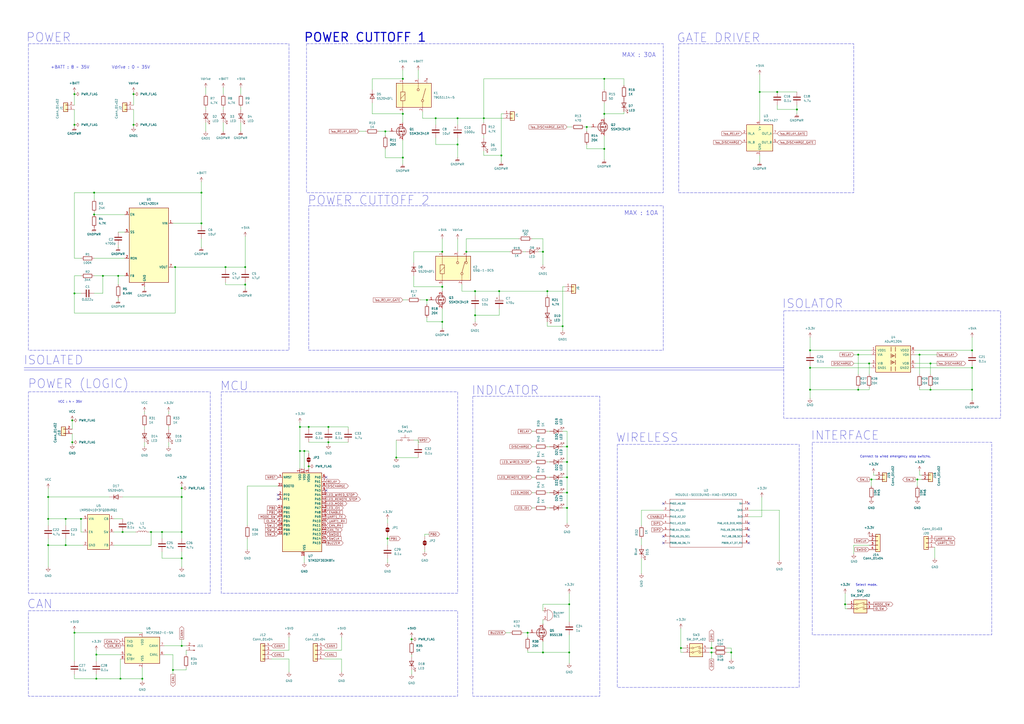
<source format=kicad_sch>
(kicad_sch (version 20231120) (generator "eeschema") (generator_version "8.0")
  (paper "A2")
  (title_block (title "GN10PowerCutoffUnit") (date "2024-10-20") (rev "v1.0") (company "TMCIT-Arakawa") (comment 1 "producted by Gento Aiba (GN10)"))
  (junction (at 130.81 154.94))
  (junction (at 27.94 300.99))
  (junction (at 412.75 378.46))
  (junction (at 105.41 374.65))
  (junction (at 27.94 316.23))
  (junction (at 176.53 261.62))
  (junction (at 38.1 316.23))
  (junction (at 101.6 154.94))
  (junction (at 265.43 68.58))
  (junction (at 41.91 256.54))
  (junction (at 440.69 53.34))
  (junction (at 326.39 189.23))
  (junction (at 105.41 288.29))
  (junction (at 105.41 323.85))
  (junction (at 46.99 300.99))
  (junction (at 270.51 146.05))
  (junction (at 330.2 378.46))
  (junction (at 59.69 160.02))
  (junction (at 280.67 68.58))
  (junction (at 173.99 247.65))
  (junction (at 469.9 213.36))
  (junction (at 55.88 379.73))
  (junction (at 306.07 367.03))
  (junction (at 328.93 259.08))
  (junction (at 563.88 213.36))
  (junction (at 328.93 294.64))
  (junction (at 314.96 146.05))
  (junction (at 265.43 83.82))
  (junction (at 179.07 270.51))
  (junction (at 43.18 170.18))
  (junction (at 69.85 393.7))
  (junction (at 462.28 63.5))
  (junction (at 179.07 247.65))
  (junction (at 43.18 72.39))
  (junction (at 539.75 210.82))
  (junction (at 532.13 278.13))
  (junction (at 43.18 54.61))
  (junction (at 238.76 370.84))
  (junction (at 394.97 375.92))
  (junction (at 247.65 173.99))
  (junction (at 469.9 203.2))
  (junction (at 328.93 276.86))
  (junction (at 233.68 66.04))
  (junction (at 54.61 111.76))
  (junction (at 256.54 146.05))
  (junction (at 105.41 308.61))
  (junction (at 328.93 285.75))
  (junction (at 505.46 278.13))
  (junction (at 350.52 66.04))
  (junction (at 340.36 73.66))
  (junction (at 93.98 308.61))
  (junction (at 497.84 226.06))
  (junction (at 173.99 261.62))
  (junction (at 289.56 168.91))
  (junction (at 82.55 393.7))
  (junction (at 275.59 168.91))
  (junction (at 224.79 312.42))
  (junction (at 27.94 288.29))
  (junction (at 77.47 72.39))
  (junction (at 87.63 308.61))
  (junction (at 563.88 203.2))
  (junction (at 317.5 168.91))
  (junction (at 350.52 86.36))
  (junction (at 142.24 165.1))
  (junction (at 256.54 166.37))
  (junction (at 252.73 68.58))
  (junction (at 142.24 154.94))
  (junction (at 43.18 367.03))
  (junction (at 539.75 226.06))
  (junction (at 77.47 54.61))
  (junction (at 275.59 182.88))
  (junction (at 256.54 186.69))
  (junction (at 533.4 205.74))
  (junction (at 190.5 256.54))
  (junction (at 54.61 124.46))
  (junction (at 41.91 243.84))
  (junction (at 105.41 283.21))
  (junction (at 233.68 45.72))
  (junction (at 100.33 388.62))
  (junction (at 350.52 45.72))
  (junction (at 116.84 111.76))
  (junction (at 497.84 205.74))
  (junction (at 68.58 160.02))
  (junction (at 55.88 393.7))
  (junction (at 314.96 378.46))
  (junction (at 233.68 91.44))
  (junction (at 116.84 129.54))
  (junction (at 469.9 226.06))
  (junction (at 38.1 300.99))
  (junction (at 563.88 226.06))
  (junction (at 490.22 350.52))
  (junction (at 290.83 90.17))
  (junction (at 328.93 267.97))
  (junction (at 71.12 308.61))
  (junction (at 223.52 76.2))
  (junction (at 330.2 350.52))
  (junction (at 412.75 375.92))
  (junction (at 190.5 247.65))
  (junction (at 450.85 53.34))
  (junction (at 229.87 265.43))
  (junction (at 504.19 210.82))
  (junction (at 424.18 378.46))
  (no_connect (at 161.29 289.56))
  (no_connect (at 189.23 276.86))
  (no_connect (at 434.34 292.1))
  (no_connect (at 434.34 314.96))
  (no_connect (at 384.81 292.1))
  (no_connect (at 384.81 311.15))
  (no_connect (at 434.34 307.34))
  (no_connect (at 189.23 284.48))
  (no_connect (at 434.34 303.53))
  (no_connect (at 384.81 314.96))
  (no_connect (at 161.29 287.02))
  (no_connect (at 434.34 311.15))
  (wire (pts (xy 440.69 53.34) (xy 440.69 69.85)))
  (wire (pts (xy 176.53 326.39) (xy 176.53 322.58)))
  (wire (pts (xy 55.88 377.19) (xy 55.88 379.73)))
  (wire (pts (xy 190.5 247.65) (xy 201.93 247.65)))
  (wire (pts (xy 43.18 391.16) (xy 43.18 393.7)))
  (wire (pts (xy 340.36 86.36) (xy 350.52 86.36)))
  (wire (pts (xy 490.22 350.52) (xy 490.22 353.06)))
  (wire (pts (xy 497.84 226.06) (xy 497.84 224.79)))
  (wire (pts (xy 280.67 45.72) (xy 350.52 45.72)))
  (wire (pts (xy 504.19 210.82) (xy 504.19 217.17)))
  (wire (pts (xy 267.97 165.1) (xy 267.97 168.91)))
  (wire (pts (xy 421.64 378.46) (xy 424.18 378.46)))
  (wire (pts (xy 83.82 247.65) (xy 83.82 248.92)))
  (wire (pts (xy 450.85 53.34) (xy 462.28 53.34)))
  (wire (pts (xy 533.4 205.74) (xy 533.4 217.17)))
  (wire (pts (xy 167.64 382.27) (xy 157.48 382.27)))
  (wire (pts (xy 450.85 63.5) (xy 450.85 60.96)))
  (wire (pts (xy 275.59 168.91) (xy 289.56 168.91)))
  (wire (pts (xy 54.61 111.76) (xy 116.84 111.76)))
  (wire (pts (xy 43.18 149.86) (xy 43.18 111.76)))
  (wire (pts (xy 533.4 226.06) (xy 533.4 224.79)))
  (wire (pts (xy 256.54 179.07) (xy 256.54 186.69)))
  (wire (pts (xy 280.67 90.17) (xy 290.83 90.17)))
  (wire (pts (xy 198.12 382.27) (xy 187.96 382.27)))
  (wire (pts (xy 340.36 86.36) (xy 340.36 83.82)))
  (wire (pts (xy 101.6 154.94) (xy 130.81 154.94)))
  (wire (pts (xy 280.67 87.63) (xy 280.67 90.17)))
  (wire (pts (xy 129.54 50.8) (xy 129.54 54.61)))
  (wire (pts (xy 46.99 149.86) (xy 43.18 149.86)))
  (wire (pts (xy 308.61 259.08) (xy 309.88 259.08)))
  (wire (pts (xy 77.47 73.66) (xy 77.47 72.39)))
  (wire (pts (xy 289.56 179.07) (xy 289.56 182.88)))
  (wire (pts (xy 306.07 367.03) (xy 307.34 367.03)))
  (wire (pts (xy 224.79 312.42) (xy 224.79 316.23)))
  (wire (pts (xy 176.53 261.62) (xy 173.99 261.62)))
  (wire (pts (xy 41.91 256.54) (xy 41.91 257.81)))
  (wire (pts (xy 176.53 261.62) (xy 176.53 271.78)))
  (wire (pts (xy 530.86 278.13) (xy 532.13 278.13)))
  (wire (pts (xy 252.73 80.01) (xy 252.73 83.82)))
  (wire (pts (xy 394.97 375.92) (xy 394.97 378.46)))
  (wire (pts (xy 265.43 80.01) (xy 265.43 83.82)))
  (wire (pts (xy 340.36 73.66) (xy 340.36 76.2)))
  (wire (pts (xy 179.07 270.51) (xy 179.07 271.78)))
  (wire (pts (xy 233.68 40.64) (xy 233.68 45.72)))
  (wire (pts (xy 372.11 295.91) (xy 384.81 295.91)))
  (wire (pts (xy 563.88 203.2) (xy 563.88 204.47)))
  (wire (pts (xy 312.42 146.05) (xy 314.96 146.05)))
  (wire (pts (xy 275.59 179.07) (xy 275.59 182.88)))
  (wire (pts (xy 247.65 184.15) (xy 247.65 186.69)))
  (wire (pts (xy 142.24 137.16) (xy 142.24 154.94)))
  (wire (pts (xy 71.12 288.29) (xy 105.41 288.29)))
  (wire (pts (xy 68.58 160.02) (xy 72.39 160.02)))
  (wire (pts (xy 328.93 250.19) (xy 328.93 259.08)))
  (wire (pts (xy 256.54 138.43) (xy 256.54 146.05)))
  (wire (pts (xy 289.56 168.91) (xy 317.5 168.91)))
  (wire (pts (xy 100.33 129.54) (xy 116.84 129.54)))
  (wire (pts (xy 143.51 281.94) (xy 161.29 281.94)))
  (wire (pts (xy 107.95 388.62) (xy 100.33 388.62)))
  (wire (pts (xy 326.39 294.64) (xy 328.93 294.64)))
  (wire (pts (xy 306.07 377.19) (xy 306.07 378.46)))
  (wire (pts (xy 308.61 276.86) (xy 309.88 276.86)))
  (wire (pts (xy 68.58 134.62) (xy 72.39 134.62)))
  (wire (pts (xy 462.28 60.96) (xy 462.28 63.5)))
  (wire (pts (xy 179.07 261.62) (xy 176.53 261.62)))
  (wire (pts (xy 179.07 247.65) (xy 190.5 247.65)))
  (wire (pts (xy 412.75 372.11) (xy 412.75 375.92)))
  (wire (pts (xy 54.61 160.02) (xy 59.69 160.02)))
  (wire (pts (xy 215.9 52.07) (xy 215.9 45.72)))
  (wire (pts (xy 77.47 72.39) (xy 77.47 63.5)))
  (wire (pts (xy 173.99 247.65) (xy 173.99 261.62)))
  (wire (pts (xy 440.69 93.98) (xy 440.69 90.17)))
  (wire (pts (xy 223.52 91.44) (xy 233.68 91.44)))
  (wire (pts (xy 240.03 146.05) (xy 256.54 146.05)))
  (wire (pts (xy 340.36 73.66) (xy 342.9 73.66)))
  (wire (pts (xy 116.84 138.43) (xy 116.84 143.51)))
  (wire (pts (xy 238.76 388.62) (xy 238.76 391.16)))
  (wire (pts (xy 330.2 350.52) (xy 314.96 350.52)))
  (wire (pts (xy 233.68 81.28) (xy 233.68 91.44)))
  (wire (pts (xy 361.95 66.04) (xy 350.52 66.04)))
  (wire (pts (xy 179.07 261.62) (xy 179.07 262.89)))
  (wire (pts (xy 105.41 323.85) (xy 93.98 323.85)))
  (wire (pts (xy 119.38 62.23) (xy 119.38 63.5)))
  (wire (pts (xy 314.96 138.43) (xy 308.61 138.43)))
  (wire (pts (xy 43.18 160.02) (xy 46.99 160.02)))
  (wire (pts (xy 43.18 383.54) (xy 43.18 367.03)))
  (wire (pts (xy 248.92 309.88) (xy 246.38 309.88)))
  (wire (pts (xy 43.18 367.03) (xy 82.55 367.03)))
  (wire (pts (xy 130.81 154.94) (xy 130.81 156.21)))
  (wire (pts (xy 223.52 76.2) (xy 226.06 76.2)))
  (wire (pts (xy 43.18 53.34) (xy 43.18 54.61)))
  (wire (pts (xy 462.28 63.5) (xy 462.28 66.04)))
  (wire (pts (xy 275.59 182.88) (xy 275.59 186.69)))
  (wire (pts (xy 308.61 250.19) (xy 309.88 250.19)))
  (wire (pts (xy 242.57 257.81) (xy 242.57 255.27)))
  (wire (pts (xy 246.38 318.77) (xy 246.38 320.04)))
  (wire (pts (xy 246.38 309.88) (xy 246.38 311.15)))
  (wire (pts (xy 243.84 173.99) (xy 247.65 173.99)))
  (wire (pts (xy 198.12 377.19) (xy 187.96 377.19)))
  (wire (pts (xy 54.61 111.76) (xy 54.61 115.57)))
  (wire (pts (xy 490.22 353.06) (xy 491.49 353.06)))
  (wire (pts (xy 43.18 181.61) (xy 101.6 181.61)))
  (wire (pts (xy 563.88 213.36) (xy 563.88 226.06)))
  (wire (pts (xy 267.97 168.91) (xy 275.59 168.91)))
  (wire (pts (xy 224.79 326.39) (xy 224.79 323.85)))
  (wire (pts (xy 539.75 210.82) (xy 530.86 210.82)))
  (wire (pts (xy 43.18 393.7) (xy 55.88 393.7)))
  (wire (pts (xy 55.88 379.73) (xy 55.88 383.54)))
  (wire (pts (xy 68.58 160.02) (xy 68.58 165.1)))
  (wire (pts (xy 66.04 316.23) (xy 87.63 316.23)))
  (wire (pts (xy 317.5 285.75) (xy 318.77 285.75)))
  (wire (pts (xy 143.51 304.8) (xy 143.51 281.94)))
  (wire (pts (xy 54.61 170.18) (xy 59.69 170.18)))
  (wire (pts (xy 142.24 165.1) (xy 142.24 167.64)))
  (wire (pts (xy 497.84 205.74) (xy 505.46 205.74)))
  (wire (pts (xy 116.84 105.41) (xy 116.84 111.76)))
  (wire (pts (xy 440.69 53.34) (xy 450.85 53.34)))
  (wire (pts (xy 107.95 387.35) (xy 107.95 388.62)))
  (wire (pts (xy 533.4 273.05) (xy 533.4 275.59)))
  (wire (pts (xy 252.73 68.58) (xy 265.43 68.58)))
  (wire (pts (xy 107.95 377.19) (xy 107.95 379.73)))
  (wire (pts (xy 46.99 308.61) (xy 46.99 300.99)))
  (wire (pts (xy 77.47 54.61) (xy 77.47 60.96)))
  (wire (pts (xy 394.97 378.46) (xy 396.24 378.46)))
  (wire (pts (xy 270.51 146.05) (xy 295.91 146.05)))
  (wire (pts (xy 224.79 311.15) (xy 224.79 312.42)))
  (wire (pts (xy 469.9 213.36) (xy 469.9 226.06)))
  (wire (pts (xy 326.39 259.08) (xy 328.93 259.08)))
  (wire (pts (xy 314.96 146.05) (xy 314.96 138.43)))
  (wire (pts (xy 326.39 285.75) (xy 328.93 285.75)))
  (wire (pts (xy 339.09 73.66) (xy 340.36 73.66)))
  (wire (pts (xy 394.97 375.92) (xy 396.24 375.92)))
  (wire (pts (xy 280.67 68.58) (xy 292.1 68.58)))
  (wire (pts (xy 55.88 379.73) (xy 69.85 379.73)))
  (wire (pts (xy 240.03 152.4) (xy 240.03 146.05)))
  (wire (pts (xy 330.2 378.46) (xy 330.2 384.81)))
  (wire (pts (xy 43.18 365.76) (xy 43.18 367.03)))
  (wire (pts (xy 533.4 226.06) (xy 539.75 226.06)))
  (wire (pts (xy 198.12 369.57) (xy 198.12 377.19)))
  (wire (pts (xy 238.76 379.73) (xy 238.76 381)))
  (wire (pts (xy 240.03 166.37) (xy 256.54 166.37)))
  (wire (pts (xy 215.9 66.04) (xy 233.68 66.04)))
  (wire (pts (xy 328.93 276.86) (xy 328.93 285.75)))
  (wire (pts (xy 54.61 124.46) (xy 72.39 124.46)))
  (wire (pts (xy 504.19 210.82) (xy 505.46 210.82)))
  (wire (pts (xy 424.18 378.46) (xy 424.18 382.27)))
  (wire (pts (xy 270.51 138.43) (xy 270.51 146.05)))
  (wire (pts (xy 215.9 59.69) (xy 215.9 66.04)))
  (wire (pts (xy 421.64 375.92) (xy 424.18 375.92)))
  (wire (pts (xy 240.03 160.02) (xy 240.03 166.37)))
  (wire (pts (xy 71.12 308.61) (xy 78.74 308.61)))
  (wire (pts (xy 452.12 295.91) (xy 434.34 295.91)))
  (wire (pts (xy 350.52 78.74) (xy 350.52 86.36)))
  (wire (pts (xy 326.39 191.77) (xy 326.39 189.23)))
  (wire (pts (xy 55.88 393.7) (xy 69.85 393.7)))
  (wire (pts (xy 129.54 62.23) (xy 129.54 63.5)))
  (wire (pts (xy 245.11 68.58) (xy 252.73 68.58)))
  (wire (pts (xy 350.52 66.04) (xy 350.52 68.58)))
  (wire (pts (xy 86.36 308.61) (xy 87.63 308.61)))
  (wire (pts (xy 198.12 389.89) (xy 198.12 382.27)))
  (wire (pts (xy 314.96 153.67) (xy 314.96 146.05)))
  (polyline (pts (xy 13.97 214.63) (xy 454.66 214.63)))
  (wire (pts (xy 87.63 308.61) (xy 93.98 308.61)))
  (wire (pts (xy 469.9 212.09) (xy 469.9 213.36)))
  (wire (pts (xy 142.24 163.83) (xy 142.24 165.1)))
  (wire (pts (xy 490.22 344.17) (xy 490.22 350.52)))
  (wire (pts (xy 233.68 64.77) (xy 233.68 66.04)))
  (wire (pts (xy 77.47 53.34) (xy 77.47 54.61)))
  (wire (pts (xy 530.86 213.36) (xy 563.88 213.36)))
  (wire (pts (xy 38.1 316.23) (xy 48.26 316.23)))
  (wire (pts (xy 105.41 312.42) (xy 105.41 308.61)))
  (wire (pts (xy 533.4 205.74) (xy 530.86 205.74)))
  (wire (pts (xy 303.53 146.05) (xy 304.8 146.05)))
  (wire (pts (xy 490.22 350.52) (xy 491.49 350.52)))
  (wire (pts (xy 223.52 76.2) (xy 223.52 78.74)))
  (wire (pts (xy 27.94 300.99) (xy 27.94 304.8)))
  (wire (pts (xy 469.9 231.14) (xy 469.9 226.06)))
  (wire (pts (xy 504.19 226.06) (xy 497.84 226.06)))
  (wire (pts (xy 317.5 276.86) (xy 318.77 276.86)))
  (wire (pts (xy 143.51 312.42) (xy 143.51 318.77)))
  (wire (pts (xy 66.04 308.61) (xy 71.12 308.61)))
  (wire (pts (xy 116.84 130.81) (xy 116.84 129.54)))
  (wire (pts (xy 105.41 283.21) (xy 105.41 288.29)))
  (wire (pts (xy 469.9 203.2) (xy 469.9 204.47)))
  (wire (pts (xy 563.88 226.06) (xy 563.88 232.41)))
  (wire (pts (xy 469.9 195.58) (xy 469.9 203.2)))
  (wire (pts (xy 219.71 76.2) (xy 223.52 76.2)))
  (wire (pts (xy 68.58 143.51) (xy 68.58 142.24)))
  (wire (pts (xy 46.99 300.99) (xy 48.26 300.99)))
  (wire (pts (xy 87.63 308.61) (xy 87.63 316.23)))
  (wire (pts (xy 306.07 367.03) (xy 303.53 367.03)))
  (wire (pts (xy 190.5 247.65) (xy 190.5 248.92)))
  (wire (pts (xy 105.41 320.04) (xy 105.41 323.85)))
  (wire (pts (xy 505.46 213.36) (xy 469.9 213.36)))
  (wire (pts (xy 412.75 382.27) (xy 412.75 378.46)))
  (wire (pts (xy 505.46 278.13) (xy 505.46 281.94)))
  (wire (pts (xy 105.41 323.85) (xy 105.41 328.93)))
  (wire (pts (xy 38.1 312.42) (xy 38.1 316.23)))
  (wire (pts (xy 543.56 210.82) (xy 539.75 210.82)))
  (wire (pts (xy 394.97 364.49) (xy 394.97 375.92)))
  (wire (pts (xy 82.55 394.97) (xy 82.55 393.7)))
  (wire (pts (xy 350.52 45.72) (xy 350.52 52.07)))
  (wire (pts (xy 539.75 224.79) (xy 539.75 226.06)))
  (wire (pts (xy 265.43 68.58) (xy 280.67 68.58)))
  (wire (pts (xy 43.18 111.76) (xy 54.61 111.76)))
  (wire (pts (xy 43.18 170.18) (xy 43.18 181.61)))
  (wire (pts (xy 412.75 378.46) (xy 414.02 378.46)))
  (wire (pts (xy 245.11 64.77) (xy 245.11 68.58)))
  (wire (pts (xy 372.11 312.42) (xy 372.11 316.23)))
  (wire (pts (xy 314.96 359.41) (xy 314.96 361.95)))
  (wire (pts (xy 100.33 388.62) (xy 100.33 379.73)))
  (wire (pts (xy 167.64 377.19) (xy 157.48 377.19)))
  (wire (pts (xy 59.69 170.18) (xy 59.69 160.02)))
  (wire (pts (xy 54.61 123.19) (xy 54.61 124.46)))
  (wire (pts (xy 224.79 300.99) (xy 224.79 303.53)))
  (wire (pts (xy 208.28 76.2) (xy 212.09 76.2)))
  (wire (pts (xy 233.68 66.04) (xy 233.68 71.12)))
  (wire (pts (xy 179.07 256.54) (xy 190.5 256.54)))
  (wire (pts (xy 167.64 369.57) (xy 167.64 377.19)))
  (wire (pts (xy 173.99 261.62) (xy 173.99 271.78)))
  (wire (pts (xy 563.88 212.09) (xy 563.88 213.36)))
  (wire (pts (xy 69.85 382.27) (xy 69.85 393.7)))
  (wire (pts (xy 201.93 247.65) (xy 201.93 248.92)))
  (wire (pts (xy 314.96 350.52) (xy 314.96 354.33)))
  (wire (pts (xy 43.18 170.18) (xy 46.99 170.18)))
  (wire (pts (xy 27.94 283.21) (xy 27.94 288.29)))
  (wire (pts (xy 326.39 276.86) (xy 328.93 276.86)))
  (wire (pts (xy 43.18 72.39) (xy 43.18 63.5)))
  (wire (pts (xy 317.5 168.91) (xy 327.66 168.91)))
  (wire (pts (xy 68.58 172.72) (xy 68.58 173.99)))
  (wire (pts (xy 290.83 90.17) (xy 290.83 93.98)))
  (wire (pts (xy 280.67 80.01) (xy 280.67 78.74)))
  (wire (pts (xy 289.56 171.45) (xy 289.56 168.91)))
  (wire (pts (xy 440.69 43.18) (xy 440.69 53.34)))
  (wire (pts (xy 27.94 312.42) (xy 27.94 316.23)))
  (wire (pts (xy 43.18 160.02) (xy 43.18 170.18)))
  (wire (pts (xy 59.69 160.02) (xy 68.58 160.02)))
  (polyline (pts (xy 13.97 213.36) (xy 454.66 213.36)))
  (wire (pts (xy 55.88 391.16) (xy 55.88 393.7)))
  (wire (pts (xy 116.84 129.54) (xy 116.84 111.76)))
  (wire (pts (xy 139.7 71.12) (xy 139.7 76.2)))
  (wire (pts (xy 542.29 317.5) (xy 542.29 323.85)))
  (wire (pts (xy 505.46 278.13) (xy 508 278.13)))
  (wire (pts (xy 256.54 165.1) (xy 256.54 166.37)))
  (wire (pts (xy 497.84 205.74) (xy 497.84 217.17)))
  (wire (pts (xy 372.11 323.85) (xy 372.11 332.74)))
  (wire (pts (xy 256.54 186.69) (xy 256.54 190.5)))
  (wire (pts (xy 308.61 294.64) (xy 309.88 294.64)))
  (wire (pts (xy 539.75 226.06) (xy 563.88 226.06)))
  (wire (pts (xy 280.67 45.72) (xy 280.67 68.58)))
  (wire (pts (xy 43.18 73.66) (xy 43.18 72.39)))
  (wire (pts (xy 372.11 295.91) (xy 372.11 304.8)))
  (wire (pts (xy 495.3 321.31) (xy 495.3 316.23)))
  (wire (pts (xy 452.12 295.91) (xy 452.12 325.12)))
  (wire (pts (xy 139.7 50.8) (xy 139.7 54.61)))
  (wire (pts (xy 100.33 391.16) (xy 100.33 388.62)))
  (wire (pts (xy 95.25 374.65) (xy 105.41 374.65)))
  (wire (pts (xy 130.81 163.83) (xy 130.81 165.1)))
  (wire (pts (xy 229.87 255.27) (xy 229.87 265.43)))
  (wire (pts (xy 129.54 71.12) (xy 129.54 76.2)))
  (wire (pts (xy 224.79 312.42) (xy 226.06 312.42)))
  (wire (pts (xy 130.81 154.94) (xy 142.24 154.94)))
  (wire (pts (xy 317.5 294.64) (xy 318.77 294.64)))
  (wire (pts (xy 82.55 393.7) (xy 82.55 387.35)))
  (wire (pts (xy 326.39 166.37) (xy 326.39 189.23)))
  (wire (pts (xy 27.94 300.99) (xy 38.1 300.99)))
  (wire (pts (xy 469.9 226.06) (xy 497.84 226.06)))
  (wire (pts (xy 27.94 316.23) (xy 38.1 316.23)))
  (wire (pts (xy 328.93 294.64) (xy 328.93 303.53)))
  (wire (pts (xy 317.5 259.08) (xy 318.77 259.08)))
  (wire (pts (xy 48.26 308.61) (xy 46.99 308.61)))
  (wire (pts (xy 97.79 256.54) (xy 97.79 259.08)))
  (wire (pts (xy 412.75 375.92) (xy 414.02 375.92)))
  (wire (pts (xy 139.7 62.23) (xy 139.7 63.5)))
  (wire (pts (xy 265.43 83.82) (xy 265.43 91.44)))
  (wire (pts (xy 308.61 267.97) (xy 309.88 267.97)))
  (wire (pts (xy 93.98 312.42) (xy 93.98 308.61)))
  (wire (pts (xy 215.9 45.72) (xy 233.68 45.72)))
  (wire (pts (xy 280.67 71.12) (xy 280.67 68.58)))
  (wire (pts (xy 238.76 369.57) (xy 238.76 370.84)))
  (wire (pts (xy 539.75 210.82) (xy 539.75 217.17)))
  (wire (pts (xy 330.2 368.3) (xy 330.2 378.46)))
  (wire (pts (xy 495.3 210.82) (xy 504.19 210.82)))
  (wire (pts (xy 100.33 154.94) (xy 101.6 154.94)))
  (wire (pts (xy 314.96 372.11) (xy 314.96 378.46)))
  (wire (pts (xy 242.57 40.64) (xy 242.57 45.72)))
  (wire (pts (xy 306.07 378.46) (xy 314.96 378.46)))
  (wire (pts (xy 142.24 154.94) (xy 142.24 156.21)))
  (wire (pts (xy 265.43 68.58) (xy 265.43 72.39)))
  (wire (pts (xy 66.04 300.99) (xy 71.12 300.99)))
  (wire (pts (xy 328.93 267.97) (xy 328.93 276.86)))
  (wire (pts (xy 411.48 375.92) (xy 412.75 375.92)))
  (wire (pts (xy 248.92 173.99) (xy 247.65 173.99)))
  (wire (pts (xy 105.41 288.29) (xy 105.41 308.61)))
  (wire (pts (xy 63.5 288.29) (xy 27.94 288.29)))
  (wire (pts (xy 101.6 181.61) (xy 101.6 154.94)))
  (wire (pts (xy 504.19 226.06) (xy 504.19 224.79)))
  (wire (pts (xy 543.56 205.74) (xy 533.4 205.74)))
  (wire (pts (xy 532.13 278.13) (xy 532.13 281.94)))
  (wire (pts (xy 289.56 182.88) (xy 275.59 182.88)))
  (wire (pts (xy 252.73 83.82) (xy 265.43 83.82)))
  (wire (pts (xy 38.1 300.99) (xy 46.99 300.99)))
  (wire (pts (xy 167.64 389.89) (xy 167.64 382.27)))
  (wire (pts (xy 326.39 250.19) (xy 328.93 250.19)))
  (wire (pts (xy 504.19 278.13) (xy 505.46 278.13)))
  (wire (pts (xy 300.99 138.43) (xy 270.51 138.43)))
  (wire (pts (xy 238.76 370.84) (xy 238.76 372.11)))
  (wire (pts (xy 247.65 186.69) (xy 256.54 186.69)))
  (wire (pts (xy 450.85 63.5) (xy 462.28 63.5)))
  (wire (pts (xy 533.4 275.59) (xy 534.67 275.59)))
  (wire (pts (xy 38.1 300.99) (xy 38.1 304.8)))
  (wire (pts (xy 326.39 267.97) (xy 328.93 267.97)))
  (wire (pts (xy 361.95 45.72) (xy 361.95 49.53)))
  (wire (pts (xy 275.59 168.91) (xy 275.59 171.45)))
  (wire (pts (xy 293.37 367.03) (xy 295.91 367.03)))
  (wire (pts (xy 229.87 265.43) (xy 242.57 265.43)))
  (wire (pts (xy 424.18 375.92) (xy 424.18 378.46)))
  (wire (pts (xy 27.94 288.29) (xy 27.94 300.99)))
  (wire (pts (xy 105.41 308.61) (xy 93.98 308.61)))
  (wire (pts (xy 317.5 250.19) (xy 318.77 250.19)))
  (wire (pts (xy 105.41 281.94) (xy 105.41 283.21)))
  (wire (pts (xy 317.5 171.45) (xy 317.5 168.91)))
  (wire (pts (xy 252.73 68.58) (xy 252.73 72.39)))
  (wire (pts (xy 93.98 320.04) (xy 93.98 323.85)))
  (wire (pts (xy 105.41 374.65) (xy 107.95 374.65)))
  (wire (pts (xy 350.52 86.36) (xy 350.52 92.71)))
  (wire (pts (xy 350.52 59.69) (xy 350.52 66.04)))
  (wire (pts (xy 506.73 274.32) (xy 506.73 275.59)))
  (wire (pts (xy 190.5 256.54) (xy 201.93 256.54)))
  (wire (pts (xy 411.48 378.46) (xy 412.75 378.46)))
  (wire (pts (xy 190.5 256.54) (xy 190.5 257.81)))
  (wire (pts (xy 328.93 285.75) (xy 328.93 294.64)))
  (wire (pts (xy 330.2 344.17) (xy 330.2 350.52)))
  (wire (pts (xy 506.73 275.59) (xy 508 275.59)))
  (wire (pts (xy 173.99 247.65) (xy 179.07 247.65)))
  (wire (pts (xy 317.5 189.23) (xy 326.39 189.23)))
  (wire (pts (xy 119.38 50.8) (xy 119.38 54.61)))
  (wire (pts (xy 495.3 316.23) (xy 504.19 316.23)))
  (wire (pts (xy 97.79 247.65) (xy 97.79 248.92)))
  (wire (pts (xy 233.68 91.44) (xy 233.68 95.25)))
  (wire (pts (xy 350.52 45.72) (xy 361.95 45.72)))
  (wire (pts (xy 434.34 299.72) (xy 441.96 299.72)))
  (wire (pts (xy 233.68 173.99) (xy 236.22 173.99)))
  (wire (pts (xy 330.2 378.46) (xy 314.96 378.46)))
  (wire (pts (xy 247.65 173.99) (xy 247.65 176.53)))
  (wire (pts (xy 69.85 393.7) (xy 82.55 393.7)))
  (wire (pts (xy 308.61 285.75) (xy 309.88 285.75)))
  (wire (pts (xy 306.07 367.03) (xy 306.07 369.57)))
  (wire (pts (xy 317.5 267.97) (xy 318.77 267.97)))
  (wire (pts (xy 43.18 54.61) (xy 43.18 60.96)))
  (wire (pts (xy 495.3 205.74) (xy 497.84 205.74)))
  (wire (pts (xy 317.5 186.69) (xy 317.5 189.23)))
  (wire (pts (xy 41.91 251.46) (xy 41.91 256.54)))
  (wire (pts (xy 331.47 73.66) (xy 328.93 73.66)))
  (wire (pts (xy 240.03 255.27) (xy 242.57 255.27)))
  (wire (pts (xy 563.88 195.58) (xy 563.88 203.2)))
  (wire (pts (xy 83.82 166.37) (xy 83.82 167.64)))
  (wire (pts (xy 256.54 166.37) (xy 256.54 168.91)))
  (wire (pts (xy 361.95 64.77) (xy 361.95 66.04)))
  (wire (pts (xy 179.07 247.65) (xy 179.07 248.92)))
  (wire (pts (xy 83.82 238.76) (xy 83.82 240.03)))
  (wire (pts (xy 97.79 238.76) (xy 97.79 240.03)))
  (wire (pts (xy 27.94 316.23) (xy 27.94 328.93)))
  (wire (pts (xy 83.82 256.54) (xy 83.82 259.08)))
  (wire (pts (xy 223.52 86.36) (xy 223.52 91.44)))
  (wire (pts (xy 119.38 71.12) (xy 119.38 76.2)))
  (wire (pts (xy 530.86 203.2) (xy 563.88 203.2)))
  (wire (pts (xy 173.99 245.11) (xy 173.99 247.65)))
  (wire (pts (xy 441.96 288.29) (xy 441.96 299.72)))
  (wire (pts (xy 41.91 243.84) (xy 41.91 248.92)))
  (wire (pts (xy 105.41 370.84) (xy 105.41 374.65)))
  (wire (pts (xy 54.61 149.86) (xy 72.39 149.86)))
  (wire (pts (xy 532.13 278.13) (xy 534.67 278.13)))
  (wire (pts (xy 95.25 379.73) (xy 100.33 379.73)))
  (wire (pts (xy 290.83 66.04) (xy 292.1 66.04)))
  (wire (pts (xy 469.9 203.2) (xy 505.46 203.2)))
  (wire (pts (xy 328.93 259.08) (xy 328.93 267.97)))
  (wire (pts (xy 330.2 360.68) (xy 330.2 350.52)))
  (wire (pts (xy 326.39 166.37) (xy 327.66 166.37)))
  (wire (pts (xy 290.83 66.04) (xy 290.83 90.17)))
  (wire (pts (xy 130.81 165.1) (xy 142.24 165.1)))
  (wire (pts (xy 265.43 138.43) (xy 265.43 146.05)))
  (rectangle (start 16.51 354.33) (end 265.43 403.86) (stroke (width 0) (type dash)))
  (rectangle (start 16.51 227.33) (end 121.92 344.17) (stroke (width 0) (type dash)))
  (rectangle (start 274.32 229.87) (end 347.98 403.86) (stroke (width 0) (type dash)))
  (rectangle (start 177.8 25.4) (end 384.81 111.76) (stroke (width 0) (type dash)))
  (rectangle (start 128.27 227.33) (end 265.43 344.17) (stroke (width 0) (type dash)))
  (rectangle (start 393.7 25.4) (end 495.3 111.76) (stroke (width 0) (type dash)))
  (rectangle (start 358.14 257.81) (end 463.55 398.78) (stroke (width 0) (type dash)))
  (rectangle (start 454.66 180.34) (end 580.39 242.57) (stroke (width 0) (type dash)))
  (rectangle (start 471.17 256.54) (end 575.31 368.3) (stroke (width 0) (type dash)))
  (rectangle (start 179.07 119.38) (end 384.81 203.2) (stroke (width 0) (type dash)))
  (rectangle (start 16.51 25.4) (end 167.64 203.2) (stroke (width 0) (type dash)))
  (text "ISOLATED" (at 30.988 209.042 0) (effects (font (size 5.08 5.08))))
  (text "INDICATOR" (at 293.116 226.568 0) (effects (font (size 5.08 5.08))))
  (text "POWER CUTTOFF 1" (at 211.836 21.844 0) (effects (font (size 5.08 5.08) (thickness 0.635))))
  (text "WIRELESS" (at 375.412 254 0) (effects (font (size 5.08 5.08))))
  (text "POWER" (at 28.194 21.844 0) (effects (font (size 5.08 5.08))))
  (text "MCU" (at 135.89 224.028 0) (effects (font (size 5.08 5.08))))
  (text "POWER CUTTOFF 2" (at 213.868 116.332 0) (effects (font (size 5.08 5.08))))
  (text "INTERFACE" (at 490.22 252.73 0) (effects (font (size 5.08 5.08))))
  (text "VCC : 4 ~ 35V" (at 40.64 233.172 0) (effects (font (size 1.27 1.27))))
  (text "+BATT : 8 ~ 35V" (at 40.64 39.116 0) (effects (font (size 1.778 1.778))))
  (text "Connect to wired emergency stop switchs." (at 519.43 264.922 0) (effects (font (size 1.27 1.27))))
  (text "POWER (LOGIC)" (at 45.466 222.758 0) (effects (font (size 5.08 5.08))))
  (text "CAN" (at 23.114 350.52 0) (effects (font (size 5.08 5.08))))
  (text "ISOLATOR" (at 471.424 176.276 0) (effects (font (size 5.08 5.08))))
  (text "Vdrive : 0 ~ 35V" (at 75.946 39.116 0) (effects (font (size 1.778 1.778))))
  (text "GATE DRIVER" (at 416.814 22.098 0) (effects (font (size 5.08 5.08))))
  (text "MAX : 10A" (at 371.856 123.698 0) (effects (font (size 2.54 2.54))))
  (text "MAX : 30A" (at 370.586 32.004 0) (effects (font (size 2.54 2.54))))
  (text "Select mode." (at 502.666 339.344 0) (effects (font (size 1.27 1.27))))
  (global_label "SW_1" (shape output) (at 504.19 278.13 180) (property "Intersheetrefs" "${INTERSHEET_REFS}" (effects (hide yes))))
  (global_label "CANH" (shape input) (at 187.96 374.65 0) (property "Intersheetrefs" "${INTERSHEET_REFS}" (effects (hide yes))))
  (global_label "ENABLE" (shape output) (at 384.81 299.72 180) (property "Intersheetrefs" "${INTERSHEET_REFS}" (effects (hide yes))))
  (global_label "LED_ID1" (shape output) (at 189.23 294.64 0) (property "Intersheetrefs" "${INTERSHEET_REFS}" (effects (hide yes))))
  (global_label "SW_3" (shape input) (at 161.29 309.88 180) (property "Intersheetrefs" "${INTERSHEET_REFS}" (effects (hide yes))))
  (global_label "RELAY" (shape output) (at 189.23 279.4 0) (property "Intersheetrefs" "${INTERSHEET_REFS}" (effects (hide yes))))
  (global_label "CANH" (shape output) (at 105.41 370.84 90) (property "Intersheetrefs" "${INTERSHEET_REFS}" (effects (hide yes))))
  (global_label "CANL" (shape input) (at 187.96 379.73 0) (property "Intersheetrefs" "${INTERSHEET_REFS}" (effects (hide yes))))
  (global_label "iso_RELAY" (shape input) (at 430.53 77.47 180) (property "Intersheetrefs" "${INTERSHEET_REFS}" (effects (hide yes))))
  (global_label "LED_WIRED_STOP" (shape output) (at 189.23 287.02 0) (property "Intersheetrefs" "${INTERSHEET_REFS}" (effects (hide yes))))
  (global_label "CAN_RX" (shape input) (at 189.23 304.8 0) (property "Intersheetrefs" "${INTERSHEET_REFS}" (effects (hide yes))))
  (global_label "UART1_TX" (shape output) (at 189.23 299.72 0) (property "Intersheetrefs" "${INTERSHEET_REFS}" (effects (hide yes))))
  (global_label "CANL" (shape output) (at 100.33 391.16 270) (property "Intersheetrefs" "${INTERSHEET_REFS}" (effects (hide yes))))
  (global_label "DIP2" (shape input) (at 384.81 307.34 180) (property "Intersheetrefs" "${INTERSHEET_REFS}" (effects (hide yes))))
  (global_label "UART1_RX" (shape input) (at 189.23 302.26 0) (property "Intersheetrefs" "${INTERSHEET_REFS}" (effects (hide yes))))
  (global_label "UART1_TX" (shape input) (at 542.29 314.96 0) (property "Intersheetrefs" "${INTERSHEET_REFS}" (effects (hide yes))))
  (global_label "RELAY" (shape input) (at 495.3 205.74 180) (property "Intersheetrefs" "${INTERSHEET_REFS}" (effects (hide yes))))
  (global_label "LED_MODE" (shape output) (at 189.23 292.1 0) (property "Intersheetrefs" "${INTERSHEET_REFS}" (effects (hide yes))))
  (global_label "CAN_TX" (shape output) (at 189.23 307.34 0) (property "Intersheetrefs" "${INTERSHEET_REFS}" (effects (hide yes))))
  (global_label "UART1_RX" (shape output) (at 542.29 312.42 0) (property "Intersheetrefs" "${INTERSHEET_REFS}" (effects (hide yes))))
  (global_label "DISCHARGE" (shape input) (at 495.3 210.82 180) (property "Intersheetrefs" "${INTERSHEET_REFS}" (effects (hide yes))))
  (global_label "LED_WIRED_STOP" (shape input) (at 308.61 267.97 180) (property "Intersheetrefs" "${INTERSHEET_REFS}" (effects (hide yes))))
  (global_label "PB1" (shape input) (at 161.29 297.18 180) (property "Intersheetrefs" "${INTERSHEET_REFS}" (effects (hide yes))))
  (global_label "DISCHARGE" (shape output) (at 189.23 281.94 0) (property "Intersheetrefs" "${INTERSHEET_REFS}" (effects (hide yes))))
  (global_label "iso_RELAY_GATE" (shape input) (at 208.28 76.2 180) (property "Intersheetrefs" "${INTERSHEET_REFS}" (effects (hide yes))))
  (global_label "iso_RELAY_GATE" (shape input) (at 450.85 77.47 0) (property "Intersheetrefs" "${INTERSHEET_REFS}" (effects (hide yes))))
  (global_label "DIP2" (shape output) (at 412.75 382.27 270) (property "Intersheetrefs" "${INTERSHEET_REFS}" (effects (hide yes))))
  (global_label "SW_2" (shape output) (at 530.86 278.13 180) (property "Intersheetrefs" "${INTERSHEET_REFS}" (effects (hide yes))))
  (global_label "SWCLK" (shape input) (at 189.23 312.42 0) (property "Intersheetrefs" "${INTERSHEET_REFS}" (effects (hide yes))))
  (global_label "LED_REMOTE_STOP" (shape output) (at 189.23 289.56 0) (property "Intersheetrefs" "${INTERSHEET_REFS}" (effects (hide yes))))
  (global_label "LED_MODE" (shape input) (at 308.61 285.75 180) (property "Intersheetrefs" "${INTERSHEET_REFS}" (effects (hide yes))))
  (global_label "ID_SW" (shape output) (at 506.73 353.06 0) (property "Intersheetrefs" "${INTERSHEET_REFS}" (effects (hide yes))))
  (global_label "PB1" (shape output) (at 226.06 312.42 0) (property "Intersheetrefs" "${INTERSHEET_REFS}" (effects (hide yes))))
  (global_label "SW_1" (shape input) (at 161.29 304.8 180) (property "Intersheetrefs" "${INTERSHEET_REFS}" (effects (hide yes))))
  (global_label "iso_DISCHARGE_GATE" (shape input) (at 328.93 73.66 180) (property "Intersheetrefs" "${INTERSHEET_REFS}" (effects (hide yes))))
  (global_label "CANH" (shape input) (at 157.48 374.65 0) (property "Intersheetrefs" "${INTERSHEET_REFS}" (effects (hide yes))))
  (global_label "ENABLE" (shape input) (at 189.23 297.18 0) (property "Intersheetrefs" "${INTERSHEET_REFS}" (effects (hide yes))))
  (global_label "BUZZER" (shape input) (at 293.37 367.03 180) (property "Intersheetrefs" "${INTERSHEET_REFS}" (effects (hide yes))))
  (global_label "CAN_RX" (shape output) (at 69.85 374.65 180) (property "Intersheetrefs" "${INTERSHEET_REFS}" (effects (hide yes))))
  (global_label "iso_DISCHARGE" (shape output) (at 543.56 210.82 0) (property "Intersheetrefs" "${INTERSHEET_REFS}" (effects (hide yes))))
  (global_label "iso_DISCHARGE_GATE" (shape input) (at 450.85 82.55 0) (property "Intersheetrefs" "${INTERSHEET_REFS}" (effects (hide yes))))
  (global_label "LED_ID1" (shape input) (at 308.61 294.64 180) (property "Intersheetrefs" "${INTERSHEET_REFS}" (effects (hide yes))))
  (global_label "LED_REMOTE_STOP" (shape input) (at 308.61 276.86 180) (property "Intersheetrefs" "${INTERSHEET_REFS}" (effects (hide yes))))
  (global_label "ID_SW" (shape input) (at 161.29 302.26 180) (property "Intersheetrefs" "${INTERSHEET_REFS}" (effects (hide yes))))
  (global_label "BUZZER" (shape output) (at 189.23 314.96 0) (property "Intersheetrefs" "${INTERSHEET_REFS}" (effects (hide yes))))
  (global_label "DIP1" (shape input) (at 384.81 303.53 180) (property "Intersheetrefs" "${INTERSHEET_REFS}" (effects (hide yes))))
  (global_label "CANL" (shape input) (at 157.48 379.73 0) (property "Intersheetrefs" "${INTERSHEET_REFS}" (effects (hide yes))))
  (global_label "SWCLK" (shape input) (at 504.19 313.69 180) (property "Intersheetrefs" "${INTERSHEET_REFS}" (effects (hide yes))))
  (global_label "NRST" (shape output) (at 242.57 255.27 0) (property "Intersheetrefs" "${INTERSHEET_REFS}" (effects (hide yes))))
  (global_label "SWDIO" (shape input) (at 504.19 318.77 180) (property "Intersheetrefs" "${INTERSHEET_REFS}" (effects (hide yes))))
  (global_label "DISCHARGE" (shape input) (at 308.61 259.08 180) (property "Intersheetrefs" "${INTERSHEET_REFS}" (effects (hide yes))))
  (global_label "iso_DISCHARGE" (shape input) (at 430.53 82.55 180) (property "Intersheetrefs" "${INTERSHEET_REFS}" (effects (hide yes))))
  (global_label "NRST" (shape input) (at 161.29 276.86 180) (property "Intersheetrefs" "${INTERSHEET_REFS}" (effects (hide yes))))
  (global_label "RELAY" (shape input) (at 308.61 250.19 180) (property "Intersheetrefs" "${INTERSHEET_REFS}" (effects (hide yes))))
  (global_label "iso_RELAY_GATE" (shape input) (at 233.68 173.99 180) (property "Intersheetrefs" "${INTERSHEET_REFS}" (effects (hide yes))))
  (global_label "MODE_SW" (shape output) (at 506.73 350.52 0) (property "Intersheetrefs" "${INTERSHEET_REFS}" (effects (hide yes))))
  (global_label "SWDIO" (shape input) (at 189.23 309.88 0) (property "Intersheetrefs" "${INTERSHEET_REFS}" (effects (hide yes))))
  (global_label "PB0" (shape input) (at 161.29 294.64 180) (property "Intersheetrefs" "${INTERSHEET_REFS}" (effects (hide yes))))
  (global_label "MODE_SW" (shape input) (at 161.29 299.72 180) (property "Intersheetrefs" "${INTERSHEET_REFS}" (effects (hide yes))))
  (global_label "CAN_TX" (shape input) (at 69.85 372.11 180) (property "Intersheetrefs" "${INTERSHEET_REFS}" (effects (hide yes))))
  (global_label "iso_RELAY" (shape output) (at 543.56 205.74 0) (property "Intersheetrefs" "${INTERSHEET_REFS}" (effects (hide yes))))
  (global_label "SW_2" (shape input) (at 161.29 307.34 180) (property "Intersheetrefs" "${INTERSHEET_REFS}" (effects (hide yes))))
  (global_label "DIP1" (shape output) (at 412.75 372.11 90) (property "Intersheetrefs" "${INTERSHEET_REFS}" (effects (hide yes))))
  (global_label "PB0" (shape output) (at 248.92 309.88 0) (property "Intersheetrefs" "${INTERSHEET_REFS}" (effects (hide yes))))
  (symbol (lib_id "Device:D") (at 215.9 55.88 270) (unit 1)
    (property "Reference" "D5" (at 218.44 54.6099 90) (effects (justify left)))
    (property "Value" "SS2040FL" (at 218.44 57.1499 90) (effects (justify left)))
    (property "Footprint" "Diode_SMD:D_SOD-123F" (effects (hide yes)))
    (property "Description" "Diode" (effects (hide yes)))
    (property "Sim.Device" "D" (effects (hide yes)))
    (property "Sim.Pins" "1=K 2=A" (effects (hide yes)))
  )
  (symbol (lib_id "Device:C") (at 43.18 387.35 0) (unit 1)
    (property "Reference" "C27" (at 45.72 386.08 0) (effects (justify left)))
    (property "Value" "0.1u" (at 45.72 388.62 0) (effects (justify left)))
    (property "Footprint" "Capacitor_SMD:C_0402_1005Metric" (effects (hide yes)))
    (property "Description" "Unpolarized capacitor" (effects (hide yes)))
  )
  (symbol (lib_id "Device:C") (at 105.41 316.23 0) (unit 1)
    (property "Reference" "C26" (at 107.95 314.96 0) (effects (justify left)))
    (property "Value" "4.7u" (at 107.95 317.5 0) (effects (justify left)))
    (property "Footprint" "Capacitor_SMD:C_0805_2012Metric" (effects (hide yes)))
    (property "Description" "Unpolarized capacitor" (effects (hide yes)))
  )
  (symbol (lib_id "Device:LED") (at 308.61 146.05 180) (unit 1)
    (property "Reference" "D9" (at 308.61 143.764 0))
    (property "Value" "LED" (at 308.61 148.844 0))
    (property "Footprint" "LED_SMD:LED_0603_1608Metric" (effects (hide yes)))
    (property "Description" "Light emitting diode" (effects (hide yes)))
  )
  (symbol (lib_id "power:GNDPWR") (at 129.54 76.2 0) (unit 1)
    (property "Reference" "#PWR030" (effects (hide yes)))
    (property "Value" "GNDPWR" (at 129.413 80.01 0))
    (property "Description" "Power symbol creates a global label with name \"GNDPWR\" , global ground" (effects (hide yes)))
  )
  (symbol (lib_id "Device:R") (at 313.69 250.19 90) (unit 1)
    (property "Reference" "R39" (at 312.4199 247.65 0) (effects (justify left)))
    (property "Value" "1K" (at 314.9599 247.65 0) (effects (justify left)))
    (property "Footprint" "Resistor_SMD:R_0603_1608Metric" (effects (hide yes)))
    (property "Description" "Resistor" (effects (hide yes)))
  )
  (symbol (lib_id "power:GNDPWR") (at 233.68 95.25 0) (unit 1)
    (property "Reference" "#PWR043" (effects (hide yes)))
    (property "Value" "GNDPWR" (at 233.553 99.06 0))
    (property "Description" "Power symbol creates a global label with name \"GNDPWR\" , global ground" (effects (hide yes)))
  )
  (symbol (lib_id "Device:C") (at 142.24 160.02 0) (unit 1)
    (property "Reference" "C5" (at 146.05 158.7499 0) (effects (justify left)))
    (property "Value" "47uF" (at 146.05 161.2899 0) (effects (justify left)))
    (property "Footprint" "Capacitor_SMD:C_1210_3225Metric" (effects (hide yes)))
    (property "Description" "Unpolarized capacitor" (effects (hide yes)))
  )
  (symbol (lib_id "power:GNDPWR") (at 68.58 173.99 0) (unit 1)
    (property "Reference" "#PWR09" (effects (hide yes)))
    (property "Value" "GNDPWR" (at 68.453 177.8 0))
    (property "Description" "Power symbol creates a global label with name \"GNDPWR\" , global ground" (effects (hide yes)))
  )
  (symbol (lib_id "Device:D") (at 67.31 288.29 0) (unit 1)
    (property "Reference" "D17" (at 67.31 281.94 0))
    (property "Value" "SS2040FL" (at 67.31 284.48 0))
    (property "Footprint" "Diode_SMD:D_SOD-123F" (effects (hide yes)))
    (property "Description" "Diode" (effects (hide yes)))
    (property "Sim.Device" "D" (effects (hide yes)))
    (property "Sim.Pins" "1=K 2=A" (effects (hide yes)))
  )
  (symbol (lib_id "Device:LED") (at 322.58 276.86 180) (unit 1)
    (property "Reference" "D22" (at 322.8974 273.05 90) (effects (justify right)))
    (property "Value" "LED" (at 325.4374 273.05 90) (effects (justify right)))
    (property "Footprint" "LED_SMD:LED_0603_1608Metric" (effects (hide yes)))
    (property "Description" "Light emitting diode" (effects (hide yes)))
  )
  (symbol (lib_id "Device:R") (at 50.8 149.86 90) (unit 1)
    (property "Reference" "R1" (at 50.8 147.574 90))
    (property "Value" "100K" (at 50.8 152.4 90))
    (property "Footprint" "Resistor_SMD:R_0603_1608Metric" (effects (hide yes)))
    (property "Description" "Resistor" (effects (hide yes)))
  )
  (symbol (lib_id "Connector_Generic:Conn_01x02") (at 297.18 66.04 0) (unit 1)
    (property "Reference" "J4" (at 299.72 68.072 90) (effects (justify left)))
    (property "Value" "Conn_01x02" (effects (hide yes)))
    (property "Footprint" "Connector_AMASS:AMASS_XT60PW-F_1x02_P7.20mm_Horizontal" (effects (hide yes)))
    (property "Description" "Generic connector, single row, 01x02, script generated (kicad-library-utils/schlib/autogen/connector/)" (effects (hide yes)))
  )
  (symbol (lib_id "GN10RELAY:G5Q-1") (at 262.89 156.21 0) (unit 1)
    (property "Reference" "K2" (at 274.32 154.9399 0) (effects (justify left)))
    (property "Value" "G5Q-1-DC5" (at 274.32 156.845 0) (effects (justify left)))
    (property "Footprint" "GN10RELAY:G5Q-1" (effects (hide yes)))
    (property "Datasheet" "https://www.mouser.jp/datasheet/2/307/J155_E1-3439950.pdf" (effects (hide yes)))
    (property "Description" "10A" (effects (hide yes)))
  )
  (symbol (lib_id "Device:R") (at 340.36 80.01 0) (unit 1)
    (property "Reference" "R14" (at 342.9 78.7399 0) (effects (justify left)))
    (property "Value" "20K" (at 342.9 81.2799 0) (effects (justify left)))
    (property "Footprint" "Resistor_SMD:R_0603_1608Metric" (effects (hide yes)))
    (property "Description" "Resistor" (effects (hide yes)))
  )
  (symbol (lib_id "Device:Q_NMOS_GSD") (at 347.98 73.66 0) (unit 1)
    (property "Reference" "Q2" (at 354.33 72.3899 0) (effects (justify left)))
    (property "Value" "SSM3K341R" (at 354.33 74.9299 0) (effects (justify left)))
    (property "Footprint" "Package_TO_SOT_SMD:SOT-23_Handsoldering" (effects (hide yes)))
    (property "Description" "N-MOSFET transistor, gate/source/drain" (effects (hide yes)))
  )
  (symbol (lib_id "power:PWR_FLAG") (at 77.47 72.39 270) (unit 1)
    (property "Reference" "#FLG05" (effects (hide yes)))
    (property "Value" "PWR_FLAG" (at 81.28 72.3899 90) (effects (justify left)))
    (property "Description" "Special symbol for telling ERC where power comes from" (effects (hide yes)))
  )
  (symbol (lib_id "Device:R") (at 240.03 173.99 90) (unit 1)
    (property "Reference" "R17" (at 240.03 169.164 90))
    (property "Value" "1K" (at 240.03 171.45 90))
    (property "Footprint" "Resistor_SMD:R_0603_1608Metric" (effects (hide yes)))
    (property "Description" "Resistor" (effects (hide yes)))
  )
  (symbol (lib_id "power:GND1") (at 275.59 186.69 0) (unit 1)
    (property "Reference" "#PWR053" (effects (hide yes)))
    (property "Value" "GND1" (at 275.59 191.77 0))
    (property "Description" "Power symbol creates a global label with name \"GND1\" , ground" (effects (hide yes)))
  )
  (symbol (lib_id "Device:C") (at 242.57 261.62 0) (unit 1)
    (property "Reference" "C32" (at 246.38 260.3499 0) (effects (justify left)))
    (property "Value" "0.1u" (at 246.38 262.8899 0) (effects (justify left)))
    (property "Footprint" "Capacitor_SMD:C_0402_1005Metric" (effects (hide yes)))
    (property "Description" "Unpolarized capacitor" (effects (hide yes)))
  )
  (symbol (lib_id "Device:R") (at 129.54 58.42 0) (unit 1)
    (property "Reference" "R8" (at 132.08 57.1499 0) (effects (justify left)))
    (property "Value" "4.7K" (at 132.08 59.6899 0) (effects (justify left)))
    (property "Footprint" "Resistor_SMD:R_0603_1608Metric" (effects (hide yes)))
    (property "Description" "Resistor" (effects (hide yes)))
  )
  (symbol (lib_id "power:PWR_FLAG") (at 238.76 370.84 270) (unit 1)
    (property "Reference" "#FLG09" (effects (hide yes)))
    (property "Value" "PWR_FLAG" (at 242.57 370.8399 90) (effects (justify left)))
    (property "Description" "Special symbol for telling ERC where power comes from" (effects (hide yes)))
  )
  (symbol (lib_id "Device:R") (at 54.61 128.27 0) (unit 1)
    (property "Reference" "R4" (at 57.15 126.9999 0) (effects (justify left)))
    (property "Value" "4.7K" (at 57.15 129.5399 0) (effects (justify left)))
    (property "Footprint" "Resistor_SMD:R_0402_1005Metric" (effects (hide yes)))
    (property "Description" "Resistor" (effects (hide yes)))
  )
  (symbol (lib_id "power:GND") (at 190.5 257.81 0) (unit 1)
    (property "Reference" "#PWR061" (effects (hide yes)))
    (property "Value" "GND" (at 190.5 262.89 0))
    (property "Description" "Power symbol creates a global label with name \"GND\" , ground" (effects (hide yes)))
  )
  (symbol (lib_id "Device:R") (at 313.69 267.97 90) (unit 1)
    (property "Reference" "R41" (at 312.4199 265.43 0) (effects (justify left)))
    (property "Value" "1K" (at 314.9599 265.43 0) (effects (justify left)))
    (property "Footprint" "Resistor_SMD:R_0603_1608Metric" (effects (hide yes)))
    (property "Description" "Resistor" (effects (hide yes)))
  )
  (symbol (lib_id "Switch:SW_DIP_x02") (at 499.11 353.06 0) (unit 1)
    (property "Reference" "SW2" (at 499.11 342.9 0))
    (property "Value" "SW_DIP_x02" (at 499.11 345.44 0))
    (property "Footprint" "Button_Switch_SMD:SW_DIP_SPSTx02_Slide_Omron_A6H-2101_W6.15mm_P1.27mm" (effects (hide yes)))
    (property "Description" "2x DIP Switch, Single Pole Single Throw (SPST) switch, small symbol" (effects (hide yes)))
  )
  (symbol (lib_id "Device:Buzzer") (at 317.5 356.87 0) (unit 1)
    (property "Reference" "BZ1" (at 324.866 357.378 0) (effects (justify right)))
    (property "Value" "Buzzer" (at 327.406 355.346 0) (effects (justify right)))
    (property "Footprint" "Buzzer_Beeper:Buzzer_12x9.5RM7.6" (effects (hide yes)))
    (property "Description" "Buzzer, polarized" (effects (hide yes)))
  )
  (symbol (lib_id "power:GNDPWR") (at 54.61 132.08 0) (unit 1)
    (property "Reference" "#PWR02" (effects (hide yes)))
    (property "Value" "GNDPWR" (at 54.483 135.89 0))
    (property "Description" "Power symbol creates a global label with name \"GNDPWR\" , global ground" (effects (hide yes)))
  )
  (symbol (lib_id "Device:C") (at 55.88 387.35 0) (unit 1)
    (property "Reference" "C28" (at 58.42 386.08 0) (effects (justify left)))
    (property "Value" "0.1u" (at 58.42 388.62 0) (effects (justify left)))
    (property "Footprint" "Capacitor_SMD:C_0402_1005Metric" (effects (hide yes)))
    (property "Description" "Unpolarized capacitor" (effects (hide yes)))
  )
  (symbol (lib_id "Device:R") (at 50.8 160.02 90) (unit 1)
    (property "Reference" "R2" (at 50.8 157.734 90))
    (property "Value" "34K" (at 50.8 162.306 90))
    (property "Footprint" "Resistor_SMD:R_0402_1005Metric" (effects (hide yes)))
    (property "Description" "Resistor" (effects (hide yes)))
  )
  (symbol (lib_id "Device:R") (at 215.9 76.2 90) (unit 1)
    (property "Reference" "R10" (at 215.9 71.374 90))
    (property "Value" "1K" (at 215.9 73.66 90))
    (property "Footprint" "Resistor_SMD:R_0603_1608Metric" (effects (hide yes)))
    (property "Description" "Resistor" (effects (hide yes)))
  )
  (symbol (lib_id "Device:R") (at 417.83 375.92 90) (unit 1)
    (property "Reference" "R47" (at 417.83 371.602 90))
    (property "Value" "10K" (at 417.83 373.634 90))
    (property "Footprint" "Resistor_SMD:R_0603_1608Metric" (effects (hide yes)))
    (property "Description" "Resistor" (effects (hide yes)))
  )
  (symbol (lib_id "power:GNDPWR") (at 116.84 143.51 0) (unit 1)
    (property "Reference" "#PWR028" (effects (hide yes)))
    (property "Value" "GNDPWR" (at 116.713 147.32 0))
    (property "Description" "Power symbol creates a global label with name \"GNDPWR\" , global ground" (effects (hide yes)))
  )
  (symbol (lib_id "Device:R") (at 238.76 375.92 0) (unit 1)
    (property "Reference" "R35" (at 241.3 374.6499 0) (effects (justify left)))
    (property "Value" "1K" (at 241.3 377.1899 0) (effects (justify left)))
    (property "Footprint" "Resistor_SMD:R_0603_1608Metric" (effects (hide yes)))
    (property "Description" "Resistor" (effects (hide yes)))
  )
  (symbol (lib_id "Device:C") (at 50.8 170.18 90) (unit 1)
    (property "Reference" "C1" (at 50.8 166.37 90))
    (property "Value" "0.022u" (at 50.8 173.736 90))
    (property "Footprint" "Capacitor_SMD:C_0402_1005Metric" (effects (hide yes)))
    (property "Description" "Unpolarized capacitor" (effects (hide yes)))
  )
  (symbol (lib_id "power:GND") (at 143.51 318.77 0) (unit 1)
    (property "Reference" "#PWR050" (effects (hide yes)))
    (property "Value" "GND" (at 143.51 323.85 0))
    (property "Description" "Power symbol creates a global label with name \"GND\" , ground" (effects (hide yes)))
  )
  (symbol (lib_id "power:+5VA") (at 142.24 137.16 0) (unit 1)
    (property "Reference" "#PWR018" (effects (hide yes)))
    (property "Value" "+5VA" (at 142.24 132.08 0))
    (property "Description" "Power symbol creates a global label with name \"+5VA\"" (effects (hide yes)))
  )
  (symbol (lib_id "power:GND") (at 27.94 328.93 0) (unit 1)
    (property "Reference" "#PWR027" (effects (hide yes)))
    (property "Value" "GND" (at 27.94 334.01 0))
    (property "Description" "Power symbol creates a global label with name \"GND\" , ground" (effects (hide yes)))
  )
  (symbol (lib_id "Jumper:SolderJumper_2_Open") (at 179.07 266.7 90) (unit 1) (exclude_from_sim yes) (in_bom no)
    (property "Reference" "JP3" (at 181.61 265.4299 90) (effects (justify right)))
    (property "Value" "SolderJumper_2_Open" (effects (hide yes)))
    (property "Footprint" "Jumper:SolderJumper-2_P1.3mm_Open_RoundedPad1.0x1.5mm" (effects (hide yes)))
    (property "Description" "Solder Jumper, 2-pole, open" (effects (hide yes)))
  )
  (symbol (lib_id "power:GNDPWR") (at 290.83 93.98 0) (unit 1)
    (property "Reference" "#PWR062" (effects (hide yes)))
    (property "Value" "GNDPWR" (at 290.703 97.79 0))
    (property "Description" "Power symbol creates a global label with name \"GNDPWR\" , global ground" (effects (hide yes)))
  )
  (symbol (lib_id "power:GNDPWR") (at 83.82 167.64 0) (unit 1)
    (property "Reference" "#PWR015" (effects (hide yes)))
    (property "Value" "GNDPWR" (at 83.693 171.45 0))
    (property "Description" "Power symbol creates a global label with name \"GNDPWR\" , global ground" (effects (hide yes)))
  )
  (symbol (lib_id "power:+5VD") (at 198.12 369.57 0) (unit 1)
    (property "Reference" "#PWR038" (effects (hide yes)))
    (property "Value" "+5VD" (at 198.12 364.49 0))
    (property "Description" "Power symbol creates a global label with name \"+5VD\"" (effects (hide yes)))
  )
  (symbol (lib_id "Device:C") (at 563.88 208.28 0) (unit 1)
    (property "Reference" "C21" (at 567.69 207.0099 0) (effects (justify left)))
    (property "Value" "0.1u" (at 567.69 209.5499 0) (effects (justify left)))
    (property "Footprint" "Capacitor_SMD:C_0402_1005Metric" (effects (hide yes)))
    (property "Description" "Unpolarized capacitor" (effects (hide yes)))
  )
  (symbol (lib_name "LMR50410_1") (lib_id "GN10POWER:LMR50410") (at 57.15 308.61 0) (unit 1)
    (property "Reference" "U5" (at 57.15 293.37 0))
    (property "Value" "LMR50410Y3FQDBVRQ1" (at 57.15 295.91 0))
    (property "Footprint" "Package_TO_SOT_SMD:SOT-23-6" (effects (hide yes)))
  )
  (symbol (lib_id "Device:LED") (at 119.38 67.31 90) (unit 1)
    (property "Reference" "D2" (at 123.19 67.6274 90) (effects (justify right)))
    (property "Value" "LED" (at 123.19 70.1674 90) (effects (justify right)))
    (property "Footprint" "LED_SMD:LED_0603_1608Metric" (effects (hide yes)))
    (property "Description" "Light emitting diode" (effects (hide yes)))
  )
  (symbol (lib_id "power:+5VA") (at 256.54 138.43 0) (unit 1)
    (property "Reference" "#PWR019" (effects (hide yes)))
    (property "Value" "+5VA" (at 256.54 133.35 0))
    (property "Description" "Power symbol creates a global label with name \"+5VA\"" (effects (hide yes)))
  )
  (symbol (lib_id "power:+3.3V") (at 173.99 245.11 0) (unit 1)
    (property "Reference" "#PWR057" (effects (hide yes)))
    (property "Value" "+3.3V" (at 173.99 240.03 0))
    (property "Description" "Power symbol creates a global label with name \"+3.3V\"" (effects (hide yes)))
  )
  (symbol (lib_id "power:+BATT") (at 116.84 105.41 0) (unit 1)
    (property "Reference" "#PWR032" (effects (hide yes)))
    (property "Value" "+BATT" (at 116.84 100.33 0))
    (property "Description" "Power symbol creates a global label with name \"+BATT\"" (effects (hide yes)))
  )
  (symbol (lib_id "Driver_FET:MIC4427") (at 440.69 80.01 0) (unit 1)
    (property "Reference" "U3" (at 442.8841 67.31 0) (effects (justify left)))
    (property "Value" "MIC4427" (at 442.8841 69.85 0) (effects (justify left)))
    (property "Footprint" "Package_SO:SOIC-8_3.9x4.9mm_P1.27mm" (effects (hide yes)))
    (property "Datasheet" "http://ww1.microchip.com/downloads/en/DeviceDoc/mic4426.pdf" (effects (hide yes)))
    (property "Description" "Dual 1.5A-Peak Low-Side MOSFET Driver, DIP-8/SOIC-8/MSOP-8" (effects (hide yes)))
  )
  (symbol (lib_id "Device:LED") (at 322.58 259.08 180) (unit 1)
    (property "Reference" "D20" (at 322.8974 255.27 90) (effects (justify right)))
    (property "Value" "LED" (at 325.4374 255.27 90) (effects (justify right)))
    (property "Footprint" "LED_SMD:LED_0603_1608Metric" (effects (hide yes)))
    (property "Description" "Light emitting diode" (effects (hide yes)))
  )
  (symbol (lib_id "Connector_Generic:Conn_01x02") (at 72.39 63.5 180) (unit 1)
    (property "Reference" "J2" (at 69.85 61.468 90) (effects (justify left)))
    (property "Value" "Conn_01x02" (at 67.564 57.15 90) (effects (justify left)))
    (property "Footprint" "Connector_AMASS:AMASS_XT60PW-M_1x02_P7.20mm_Horizontal" (effects (hide yes)))
    (property "Description" "Generic connector, single row, 01x02, script generated (kicad-library-utils/schlib/autogen/connector/)" (effects (hide yes)))
  )
  (symbol (lib_id "power:+5VD") (at 167.64 369.57 0) (unit 1)
    (property "Reference" "#PWR036" (effects (hide yes)))
    (property "Value" "+5VD" (at 167.64 364.49 0))
    (property "Description" "Power symbol creates a global label with name \"+5VD\"" (effects (hide yes)))
  )
  (symbol (lib_id "power:GND") (at 328.93 303.53 0) (unit 1)
    (property "Reference" "#PWR067" (effects (hide yes)))
    (property "Value" "GND" (at 328.93 308.61 0))
    (property "Description" "Power symbol creates a global label with name \"GND\" , ground" (effects (hide yes)))
  )
  (symbol (lib_id "Device:C") (at 469.9 208.28 0) (unit 1)
    (property "Reference" "C20" (at 473.71 207.0099 0) (effects (justify left)))
    (property "Value" "0.1u" (at 473.71 209.5499 0) (effects (justify left)))
    (property "Footprint" "Capacitor_SMD:C_0402_1005Metric" (effects (hide yes)))
    (property "Description" "Unpolarized capacitor" (effects (hide yes)))
  )
  (symbol (lib_id "power:+3.3V") (at 394.97 364.49 0) (unit 1)
    (property "Reference" "#PWR017" (effects (hide yes)))
    (property "Value" "+3.3V" (at 394.97 359.41 0))
    (property "Description" "Power symbol creates a global label with name \"+3.3V\"" (effects (hide yes)))
  )
  (symbol (lib_id "power:+5VD") (at 238.76 369.57 0) (unit 1)
    (property "Reference" "#PWR044" (effects (hide yes)))
    (property "Value" "+5VD" (at 238.76 364.49 0))
    (property "Description" "Power symbol creates a global label with name \"+5VD\"" (effects (hide yes)))
  )
  (symbol (lib_id "power:PWR_FLAG") (at 179.07 270.51 270) (unit 1)
    (property "Reference" "#FLG010" (effects (hide yes)))
    (property "Value" "PWR_FLAG" (at 182.88 270.5099 90) (effects (justify left)))
    (property "Description" "Special symbol for telling ERC where power comes from" (effects (hide yes)))
  )
  (symbol (lib_id "Device:R") (at 497.84 220.98 0) (unit 1)
    (property "Reference" "R27" (at 498.856 219.71 0) (effects (justify left)))
    (property "Value" "20K" (at 498.856 222.25 0) (effects (justify left)))
    (property "Footprint" "Resistor_SMD:R_0603_1608Metric" (effects (hide yes)))
    (property "Description" "Resistor" (effects (hide yes)))
  )
  (symbol (lib_id "power:PWR_FLAG") (at 41.91 243.84 270) (unit 1)
    (property "Reference" "#FLG08" (effects (hide yes)))
    (property "Value" "PWR_FLAG" (at 45.72 243.8399 90) (effects (justify left)))
    (property "Description" "Special symbol for telling ERC where power comes from" (effects (hide yes)))
  )
  (symbol (lib_id "power:+5VA") (at 440.69 43.18 0) (unit 1)
    (property "Reference" "#PWR023" (effects (hide yes)))
    (property "Value" "+5VA" (at 440.69 38.1 0))
    (property "Description" "Power symbol creates a global label with name \"+5VA\"" (effects (hide yes)))
  )
  (symbol (lib_id "Switch:SW_DIP_x02") (at 403.86 378.46 0) (unit 1)
    (property "Reference" "SW3" (at 403.86 368.3 0))
    (property "Value" "SW_DIP_x02" (at 403.86 370.84 0))
    (property "Footprint" "Button_Switch_SMD:SW_DIP_SPSTx02_Slide_Omron_A6H-2101_W6.15mm_P1.27mm" (effects (hide yes)))
    (property "Description" "2x DIP Switch, Single Pole Single Throw (SPST) switch, small symbol" (effects (hide yes)))
  )
  (symbol (lib_id "Device:R") (at 539.75 220.98 0) (unit 1)
    (property "Reference" "R30" (at 540.766 219.71 0) (effects (justify left)))
    (property "Value" "20K" (at 540.766 222.25 0) (effects (justify left)))
    (property "Footprint" "Resistor_SMD:R_0603_1608Metric" (effects (hide yes)))
    (property "Description" "Resistor" (effects (hide yes)))
  )
  (symbol (lib_id "Device:C") (at 252.73 76.2 0) (unit 1)
    (property "Reference" "C8" (at 256.54 74.9299 0) (effects (justify left)))
    (property "Value" "10uF" (at 256.54 77.4699 0) (effects (justify left)))
    (property "Footprint" "Capacitor_SMD:C_0805_2012Metric" (effects (hide yes)))
    (property "Description" "Unpolarized capacitor" (effects (hide yes)))
  )
  (symbol (lib_id "Device:Q_NMOS_GSD") (at 254 173.99 0) (unit 1)
    (property "Reference" "Q3" (at 260.35 172.7199 0) (effects (justify left)))
    (property "Value" "SSM3K341R" (at 260.35 175.2599 0) (effects (justify left)))
    (property "Footprint" "Package_TO_SOT_SMD:SOT-23_Handsoldering" (effects (hide yes)))
    (property "Description" "N-MOSFET transistor, gate/source/drain" (effects (hide yes)))
  )
  (symbol (lib_id "Device:LED") (at 280.67 83.82 90) (unit 1)
    (property "Reference" "D6" (at 284.48 84.1374 90) (effects (justify right)))
    (property "Value" "LED" (at 284.48 86.6774 90) (effects (justify right)))
    (property "Footprint" "LED_SMD:LED_0603_1608Metric" (effects (hide yes)))
    (property "Description" "Light emitting diode" (effects (hide yes)))
  )
  (symbol (lib_id "Device:R") (at 247.65 180.34 0) (unit 1)
    (property "Reference" "R18" (at 250.19 179.0699 0) (effects (justify left)))
    (property "Value" "20K" (at 250.19 181.6099 0) (effects (justify left)))
    (property "Footprint" "Resistor_SMD:R_0603_1608Metric" (effects (hide yes)))
    (property "Description" "Resistor" (effects (hide yes)))
  )
  (symbol (lib_id "power:+BATT") (at 43.18 53.34 0) (unit 1)
    (property "Reference" "#PWR03" (effects (hide yes)))
    (property "Value" "+BATT" (at 43.18 48.26 0))
    (property "Description" "Power symbol creates a global label with name \"+BATT\"" (effects (hide yes)))
  )
  (symbol (lib_id "Connector_Generic:Conn_01x04") (at 509.27 313.69 0) (unit 1)
    (property "Reference" "J14" (at 506.222 321.818 0) (effects (justify left)))
    (property "Value" "Conn_01x04" (at 500.634 323.85 0) (effects (justify left)))
    (property "Footprint" "Connector_PinHeader_2.54mm:PinHeader_1x04_P2.54mm_Vertical" (effects (hide yes)))
  )
  (symbol (lib_id "power:Vdrive") (at 77.47 53.34 0) (unit 1)
    (property "Reference" "#PWR012" (effects (hide yes)))
    (property "Value" "Vdrive" (at 77.47 48.26 0))
    (property "Description" "Power symbol creates a global label with name \"Vdrive\"" (effects (hide yes)))
  )
  (symbol (lib_id "power:PWR_FLAG") (at 43.18 54.61 270) (unit 1)
    (property "Reference" "#FLG04" (effects (hide yes)))
    (property "Value" "PWR_FLAG" (at 46.99 54.6099 90) (effects (justify left)))
    (property "Description" "Special symbol for telling ERC where power comes from" (effects (hide yes)))
  )
  (symbol (lib_id "Device:LED") (at 322.58 267.97 180) (unit 1)
    (property "Reference" "D21" (at 322.8974 264.16 90) (effects (justify right)))
    (property "Value" "LED" (at 325.4374 264.16 90) (effects (justify right)))
    (property "Footprint" "LED_SMD:LED_0603_1608Metric" (effects (hide yes)))
    (property "Description" "Light emitting diode" (effects (hide yes)))
  )
  (symbol (lib_id "power:GND1") (at 326.39 191.77 0) (unit 1)
    (property "Reference" "#PWR058" (effects (hide yes)))
    (property "Value" "GND1" (at 326.39 196.85 0))
    (property "Description" "Power symbol creates a global label with name \"GND1\" , ground" (effects (hide yes)))
  )
  (symbol (lib_id "Device:C_Polarized") (at 289.56 175.26 0) (unit 1)
    (property "Reference" "C7" (at 293.37 173.1009 0) (effects (justify left)))
    (property "Value" "470u" (at 293.37 175.6409 0) (effects (justify left)))
    (property "Footprint" "Capacitor_THT:CP_Radial_D12.5mm_P5.00mm" (effects (hide yes)))
    (property "Description" "Polarized capacitor" (effects (hide yes)))
  )
  (symbol (lib_name "LMZ14201H_1") (lib_id "LMZ14201H:LMZ14201H") (at 86.36 142.24 0) (unit 1)
    (property "Reference" "U1" (at 86.36 115.57 0))
    (property "Value" "LMZ14201H" (at 86.36 118.11 0))
    (property "Footprint" "GN10:LMZ14201H" (effects (hide yes)))
    (property "Datasheet" "https://www.ti.com/lit/ds/symlink/lmz14201h.pdf?ts=1728315517776&ref_url=https%253A%252F%252Fwww.mouser.jp%252F" (effects (hide yes)))
  )
  (symbol (lib_id "Transistor_FET:AO3400A") (at 312.42 367.03 0) (unit 1)
    (property "Reference" "Q5" (at 318.77 365.7599 0) (effects (justify left)))
    (property "Value" "BSS138" (at 318.77 368.2999 0) (effects (justify left)))
    (property "Footprint" "Package_TO_SOT_SMD:SOT-23" (effects (hide yes)))
    (property "Datasheet" "http://www.aosmd.com/pdfs/datasheet/AO3400A.pdf" (effects (hide yes)))
    (property "Description" "30V Vds, 5.7A Id, N-Channel MOSFET, SOT-23" (effects (hide yes)))
  )
  (symbol (lib_id "power:GND") (at 41.91 257.81 0) (unit 1)
    (property "Reference" "#PWR07" (effects (hide yes)))
    (property "Value" "GND" (at 41.91 262.89 0))
    (property "Description" "Power symbol creates a global label with name \"GND\" , ground" (effects (hide yes)))
  )
  (symbol (lib_id "power:+3.3V") (at 224.79 300.99 0) (unit 1)
    (property "Reference" "#PWR051" (effects (hide yes)))
    (property "Value" "+3.3V" (at 224.79 296.926 0))
    (property "Description" "Power symbol creates a global label with name \"+3.3V\"" (effects (hide yes)))
  )
  (symbol (lib_id "Device:R") (at 304.8 138.43 90) (unit 1)
    (property "Reference" "R20" (at 304.8 134.112 90))
    (property "Value" "30" (at 304.8 135.89 90))
    (property "Footprint" "Package_TO_SOT_SMD:TO-263-2_TabPin1" (effects (hide yes)))
    (property "Description" "Resistor" (effects (hide yes)))
  )
  (symbol (lib_id "power:+3.3V") (at 97.79 238.76 0) (unit 1)
    (property "Reference" "#PWR020" (effects (hide yes)))
    (property "Value" "+3.3V" (at 97.79 233.68 0))
    (property "Description" "Power symbol creates a global label with name \"+3.3V\"" (effects (hide yes)))
  )
  (symbol (lib_id "power:+3.3V") (at 506.73 274.32 0) (unit 1)
    (property "Reference" "#PWR078" (effects (hide yes)))
    (property "Value" "+3.3V" (at 506.73 269.24 0))
    (property "Description" "Power symbol creates a global label with name \"+3.3V\"" (effects (hide yes)))
  )
  (symbol (lib_id "Device:R") (at 361.95 53.34 0) (unit 1)
    (property "Reference" "R16" (at 364.49 52.0699 0) (effects (justify left)))
    (property "Value" "1K" (at 364.49 54.6099 0) (effects (justify left)))
    (property "Footprint" "Resistor_SMD:R_0402_1005Metric" (effects (hide yes)))
    (property "Description" "Resistor" (effects (hide yes)))
  )
  (symbol (lib_id "power:GND1") (at 314.96 153.67 0) (unit 1)
    (property "Reference" "#PWR054" (effects (hide yes)))
    (property "Value" "GND1" (at 314.96 158.75 0))
    (property "Description" "Power symbol creates a global label with name \"GND1\" , ground" (effects (hide yes)))
  )
  (symbol (lib_id "Device:R") (at 313.69 259.08 90) (unit 1)
    (property "Reference" "R40" (at 312.4199 256.54 0) (effects (justify left)))
    (property "Value" "1K" (at 314.9599 256.54 0) (effects (justify left)))
    (property "Footprint" "Resistor_SMD:R_0603_1608Metric" (effects (hide yes)))
    (property "Description" "Resistor" (effects (hide yes)))
  )
  (symbol (lib_id "power:GND") (at 176.53 326.39 0) (unit 1)
    (property "Reference" "#PWR059" (effects (hide yes)))
    (property "Value" "GND" (at 176.53 331.47 0))
    (property "Description" "Power symbol creates a global label with name \"GND\" , ground" (effects (hide yes)))
  )
  (symbol (lib_id "Connector:Conn_01x02_Pin") (at 113.03 377.19 180) (unit 1)
    (property "Reference" "J11" (at 114.3 374.6499 0) (effects (justify right)))
    (property "Value" "Conn_01x02_Pin" (effects (hide yes)))
    (property "Footprint" "Connector_PinHeader_2.54mm:PinHeader_1x02_P2.54mm_Vertical" (effects (hide yes)))
    (property "Description" "Generic connector, single row, 01x02, script generated" (effects (hide yes)))
  )
  (symbol (lib_id "Device:R") (at 313.69 294.64 90) (unit 1)
    (property "Reference" "R44" (at 312.4199 292.1 0) (effects (justify left)))
    (property "Value" "1K" (at 314.9599 292.1 0) (effects (justify left)))
    (property "Footprint" "Resistor_SMD:R_0603_1608Metric" (effects (hide yes)))
    (property "Description" "Resistor" (effects (hide yes)))
  )
  (symbol (lib_id "Device:C") (at 130.81 160.02 0) (unit 1)
    (property "Reference" "C4" (at 134.62 158.7499 0) (effects (justify left)))
    (property "Value" "47uF" (at 134.62 161.2899 0) (effects (justify left)))
    (property "Footprint" "Capacitor_SMD:C_1210_3225Metric" (effects (hide yes)))
    (property "Description" "Unpolarized capacitor" (effects (hide yes)))
  )
  (symbol (lib_id "Device:R") (at 223.52 82.55 0) (unit 1)
    (property "Reference" "R11" (at 226.06 81.2799 0) (effects (justify left)))
    (property "Value" "20K" (at 226.06 83.8199 0) (effects (justify left)))
    (property "Footprint" "Resistor_SMD:R_0603_1608Metric" (effects (hide yes)))
    (property "Description" "Resistor" (effects (hide yes)))
  )
  (symbol (lib_id "Device:R") (at 107.95 383.54 0) (unit 1)
    (property "Reference" "R34" (at 110.49 382.2699 0) (effects (justify left)))
    (property "Value" "120" (at 110.49 384.8099 0) (effects (justify left)))
    (property "Footprint" "Resistor_SMD:R_0603_1608Metric" (effects (hide yes)))
    (property "Description" "Resistor" (effects (hide yes)))
  )
  (symbol (lib_id "power:Vdrive") (at 265.43 138.43 0) (unit 1)
    (property "Reference" "#PWR048" (effects (hide yes)))
    (property "Value" "Vdrive" (at 265.43 133.35 0))
    (property "Description" "Power symbol creates a global label with name \"Vdrive\"" (effects (hide yes)))
  )
  (symbol (lib_id "power:PWR_FLAG") (at 105.41 283.21 270) (unit 1)
    (property "Reference" "#FLG011" (effects (hide yes)))
    (property "Value" "PWR_FLAG" (at 109.22 283.2099 90) (effects (justify left)))
    (property "Description" "Special symbol for telling ERC where power comes from" (effects (hide yes)))
  )
  (symbol (lib_id "Device:R") (at 299.72 146.05 90) (unit 1)
    (property "Reference" "R19" (at 299.72 144.018 90))
    (property "Value" "1K" (at 299.72 148.336 90))
    (property "Footprint" "Resistor_SMD:R_0402_1005Metric" (effects (hide yes)))
    (property "Description" "Resistor" (effects (hide yes)))
  )
  (symbol (lib_id "Device:R") (at 68.58 168.91 180) (unit 1)
    (property "Reference" "R5" (at 71.12 167.6399 0) (effects (justify right)))
    (property "Value" "6.49K" (at 71.12 170.1799 0) (effects (justify right)))
    (property "Footprint" "Resistor_SMD:R_0402_1005Metric" (effects (hide yes)))
    (property "Description" "Resistor" (effects (hide yes)))
  )
  (symbol (lib_id "Device:LED") (at 361.95 60.96 90) (unit 1)
    (property "Reference" "D7" (at 364.49 61.468 90) (effects (justify right)))
    (property "Value" "LED" (at 364.744 64.008 90) (effects (justify right)))
    (property "Footprint" "LED_SMD:LED_0603_1608Metric" (effects (hide yes)))
    (property "Description" "Light emitting diode" (effects (hide yes)))
  )
  (symbol (lib_id "power:GNDPWR") (at 142.24 167.64 0) (unit 1)
    (property "Reference" "#PWR031" (effects (hide yes)))
    (property "Value" "GNDPWR" (at 142.113 171.45 0))
    (property "Description" "Power symbol creates a global label with name \"GNDPWR\" , global ground" (effects (hide yes)))
  )
  (symbol (lib_id "Connector_Generic:Conn_01x04") (at 152.4 379.73 180) (unit 1)
    (property "Reference" "J12" (at 152.4 368.3 0))
    (property "Value" "Conn_01x04" (at 152.4 370.84 0))
    (property "Footprint" "Connector_JST:JST_XH_B4B-XH-A_1x04_P2.50mm_Vertical" (effects (hide yes)))
    (property "Description" "Generic connector, single row, 01x04, script generated (kicad-library-utils/schlib/autogen/connector/)" (effects (hide yes)))
  )
  (symbol (lib_id "Device:R") (at 533.4 220.98 0) (unit 1)
    (property "Reference" "R29" (at 534.416 219.71 0) (effects (justify left)))
    (property "Value" "20K" (at 534.416 222.25 0) (effects (justify left)))
    (property "Footprint" "Resistor_SMD:R_0603_1608Metric" (effects (hide yes)))
    (property "Description" "Resistor" (effects (hide yes)))
  )
  (symbol (lib_id "Device:LED") (at 129.54 67.31 90) (unit 1)
    (property "Reference" "D3" (at 133.35 67.6274 90) (effects (justify right)))
    (property "Value" "LED" (at 133.35 70.1674 90) (effects (justify right)))
    (property "Footprint" "LED_SMD:LED_0603_1608Metric" (effects (hide yes)))
    (property "Description" "Light emitting diode" (effects (hide yes)))
  )
  (symbol (lib_id "power:+BATT") (at 242.57 40.64 0) (unit 1)
    (property "Reference" "#PWR049" (effects (hide yes)))
    (property "Value" "+BATT" (at 242.57 35.56 0))
    (property "Description" "Power symbol creates a global label with name \"+BATT\"" (effects (hide yes)))
  )
  (symbol (lib_id "power:GND") (at 505.46 289.56 0) (unit 1)
    (property "Reference" "#PWR077" (effects (hide yes)))
    (property "Value" "GND" (at 505.46 294.64 0))
    (property "Description" "Power symbol creates a global label with name \"GND\" , ground" (effects (hide yes)))
  )
  (symbol (lib_id "Device:C") (at 93.98 316.23 0) (unit 1)
    (property "Reference" "C25" (at 96.52 314.96 0) (effects (justify left)))
    (property "Value" "4.7u" (at 96.52 317.5 0) (effects (justify left)))
    (property "Footprint" "Capacitor_SMD:C_0805_2012Metric" (effects (hide yes)))
    (property "Description" "Unpolarized capacitor" (effects (hide yes)))
  )
  (symbol (lib_id "Device:C") (at 450.85 57.15 0) (unit 1)
    (property "Reference" "C16" (at 454.66 55.8799 0) (effects (justify left)))
    (property "Value" "0.1u" (at 454.66 58.4199 0) (effects (justify left)))
    (property "Footprint" "Capacitor_SMD:C_0402_1005Metric" (effects (hide yes)))
    (property "Description" "Unpolarized capacitor" (effects (hide yes)))
  )
  (symbol (lib_id "power:PWR_FLAG") (at 77.47 54.61 270) (unit 1)
    (property "Reference" "#FLG03" (effects (hide yes)))
    (property "Value" "PWR_FLAG" (at 81.28 54.6099 90) (effects (justify left)))
    (property "Description" "Special symbol for telling ERC where power comes from" (effects (hide yes)))
  )
  (symbol (lib_id "Device:L") (at 82.55 308.61 90) (unit 1)
    (property "Reference" "L1" (at 82.55 303.53 90))
    (property "Value" "4.7u" (at 82.55 306.07 90))
    (property "Footprint" "GN10:DEM2818C" (effects (hide yes)))
    (property "Description" "Inductor" (effects (hide yes)))
  )
  (symbol (lib_id "Device:R") (at 505.46 285.75 180) (unit 1)
    (property "Reference" "R45" (at 509.778 285.75 90))
    (property "Value" "10K" (at 507.746 285.75 90))
    (property "Footprint" "Resistor_SMD:R_0603_1608Metric" (effects (hide yes)))
    (property "Description" "Resistor" (effects (hide yes)))
  )
  (symbol (lib_id "Device:C_Polarized") (at 265.43 76.2 0) (unit 1)
    (property "Reference" "C10" (at 269.24 74.0409 0) (effects (justify left)))
    (property "Value" "1000u" (at 269.24 76.5809 0) (effects (justify left)))
    (property "Footprint" "Capacitor_THT:CP_Radial_D16.0mm_P7.50mm" (effects (hide yes)))
    (property "Description" "Polarized capacitor" (effects (hide yes)))
  )
  (symbol (lib_id "power:+5VA") (at 563.88 195.58 0) (unit 1)
    (property "Reference" "#PWR035" (effects (hide yes)))
    (property "Value" "+5VA" (at 563.88 190.5 0))
    (property "Description" "Power symbol creates a global label with name \"+5VA\"" (effects (hide yes)))
  )
  (symbol (lib_id "power:GND") (at 105.41 328.93 0) (unit 1)
    (property "Reference" "#PWR047" (effects (hide yes)))
    (property "Value" "GND" (at 105.41 334.01 0))
    (property "Description" "Power symbol creates a global label with name \"GND\" , ground" (effects (hide yes)))
  )
  (symbol (lib_id "Device:R") (at 504.19 220.98 0) (unit 1)
    (property "Reference" "R28" (at 505.206 219.71 0) (effects (justify left)))
    (property "Value" "20K" (at 505.206 222.25 0) (effects (justify left)))
    (property "Footprint" "Resistor_SMD:R_0603_1608Metric" (effects (hide yes)))
    (property "Description" "Resistor" (effects (hide yes)))
  )
  (symbol (lib_id "Device:C") (at 224.79 320.04 0) (unit 1)
    (property "Reference" "C29" (at 228.6 318.7699 0) (effects (justify left)))
    (property "Value" "0.1u" (at 228.6 321.3099 0) (effects (justify left)))
    (property "Footprint" "Capacitor_SMD:C_0402_1005Metric" (effects (hide yes)))
    (property "Description" "Unpolarized capacitor" (effects (hide yes)))
  )
  (symbol (lib_id "Connector_Generic:Conn_01x02") (at 332.74 166.37 0) (unit 1)
    (property "Reference" "J6" (at 335.28 168.402 90) (effects (justify left)))
    (property "Value" "Conn_01x02" (effects (hide yes)))
    (property "Footprint" "Connector_AMASS:AMASS_XT60PW-F_1x02_P7.20mm_Horizontal" (effects (hide yes)))
    (property "Description" "Generic connector, single row, 01x02, script generated (kicad-library-utils/schlib/autogen/connector/)" (effects (hide yes)))
  )
  (symbol (lib_id "Device:C") (at 68.58 138.43 0) (unit 1)
    (property "Reference" "C2" (at 62.992 138.938 0) (effects (justify left)))
    (property "Value" "4700p" (at 60.96 141.224 0) (effects (justify left)))
    (property "Footprint" "Capacitor_SMD:C_0402_1005Metric" (effects (hide yes)))
    (property "Description" "Unpolarized capacitor" (effects (hide yes)))
  )
  (symbol (lib_id "Device:R") (at 532.13 285.75 180) (unit 1)
    (property "Reference" "R46" (at 536.448 285.75 90))
    (property "Value" "10K" (at 534.416 285.75 90))
    (property "Footprint" "Resistor_SMD:R_0603_1608Metric" (effects (hide yes)))
    (property "Description" "Resistor" (effects (hide yes)))
  )
  (symbol (lib_name "GND_2") (lib_id "power:GND") (at 372.11 332.74 0) (unit 1)
    (property "Reference" "#PWR016" (effects (hide yes)))
    (property "Value" "GND" (at 372.1101 336.55 90) (effects (justify right)))
    (property "Description" "Power symbol creates a global label with name \"GND\" , ground" (effects (hide yes)))
  )
  (symbol (lib_id "Connector_Generic:Conn_01x02") (at 513.08 275.59 0) (unit 1)
    (property "Reference" "J15" (at 515.62 277.622 90) (effects (justify left)))
    (property "Value" "Conn_01x02" (at 517.906 281.94 90) (effects (justify left)))
    (property "Footprint" "Connector_JST:JST_XH_B2B-XH-A_1x02_P2.50mm_Vertical" (effects (hide yes)))
    (property "Description" "Generic connector, single row, 01x02, script generated (kicad-library-utils/schlib/autogen/connector/)" (effects (hide yes)))
  )
  (symbol (lib_id "Connector_Generic:Conn_01x02") (at 38.1 63.5 180) (unit 1)
    (property "Reference" "J1" (at 35.56 61.468 90) (effects (justify left)))
    (property "Value" "Conn_01x02" (at 33.274 57.15 90) (effects (justify left)))
    (property "Footprint" "Connector_AMASS:AMASS_XT60PW-M_1x02_P7.20mm_Horizontal" (effects (hide yes)))
    (property "Description" "Generic connector, single row, 01x02, script generated (kicad-library-utils/schlib/autogen/connector/)" (effects (hide yes)))
  )
  (symbol (lib_id "Device:C") (at 275.59 175.26 0) (unit 1)
    (property "Reference" "C12" (at 279.4 173.9899 0) (effects (justify left)))
    (property "Value" "10u" (at 279.4 176.5299 0) (effects (justify left)))
    (property "Footprint" "Capacitor_SMD:C_0805_2012Metric" (effects (hide yes)))
    (property "Description" "Unpolarized capacitor" (effects (hide yes)))
  )
  (symbol (lib_id "Device:C") (at 190.5 252.73 0) (unit 1)
    (property "Reference" "C31" (at 194.31 251.4599 0) (effects (justify left)))
    (property "Value" "0.1u" (at 194.31 253.9999 0) (effects (justify left)))
    (property "Footprint" "Capacitor_SMD:C_0402_1005Metric" (effects (hide yes)))
    (property "Description" "Unpolarized capacitor" (effects (hide yes)))
  )
  (symbol (lib_id "Interface_CAN_LIN:MCP2562-E-SN") (at 82.55 377.19 0) (unit 1)
    (property "Reference" "U6" (at 84.7441 364.49 0) (effects (justify left)))
    (property "Value" "MCP2562-E-SN" (at 84.7441 367.03 0) (effects (justify left)))
    (property "Footprint" "Package_SO:SOIC-8_3.9x4.9mm_P1.27mm" (effects (hide yes)))
    (property "Datasheet" "http://ww1.microchip.com/downloads/en/DeviceDoc/25167A.pdf" (effects (hide yes)))
    (property "Description" "High-Speed CAN Transceiver, 1Mbps, 5V supply, Vio pin, -40C to +125C, SOIC-8" (effects (hide yes)))
  )
  (symbol (lib_id "power:GNDPWR") (at 256.54 190.5 0) (unit 1)
    (property "Reference" "#PWR041" (effects (hide yes)))
    (property "Value" "GNDPWR" (at 256.413 194.31 0))
    (property "Description" "Power symbol creates a global label with name \"GNDPWR\" , global ground" (effects (hide yes)))
  )
  (symbol (lib_id "Device:Q_NMOS_GSD") (at 231.14 76.2 0) (unit 1)
    (property "Reference" "Q1" (at 237.49 74.9299 0) (effects (justify left)))
    (property "Value" "SSM3K341R" (at 237.49 77.4699 0) (effects (justify left)))
    (property "Footprint" "Package_TO_SOT_SMD:SOT-23_Handsoldering" (effects (hide yes)))
    (property "Description" "N-MOSFET transistor, gate/source/drain" (effects (hide yes)))
  )
  (symbol (lib_id "power:+5VA") (at 139.7 50.8 0) (unit 1)
    (property "Reference" "#PWR040" (effects (hide yes)))
    (property "Value" "+5VA" (at 139.7 45.72 0))
    (property "Description" "Power symbol creates a global label with name \"+5VA\"" (effects (hide yes)))
  )
  (symbol (lib_id "power:+3.3V") (at 55.88 377.19 0) (unit 1)
    (property "Reference" "#PWR05" (effects (hide yes)))
    (property "Value" "+3.3V" (at 55.88 372.11 0))
    (property "Description" "Power symbol creates a global label with name \"+3.3V\"" (effects (hide yes)))
  )
  (symbol (lib_id "power:GND") (at 495.3 321.31 0) (unit 1)
    (property "Reference" "#PWR073" (effects (hide yes)))
    (property "Value" "GND" (at 495.427 325.7042 0))
  )
  (symbol (lib_id "Device:C") (at 330.2 364.49 0) (unit 1)
    (property "Reference" "C34" (at 334.01 363.2199 0) (effects (justify left)))
    (property "Value" "1u" (at 334.01 365.7599 0) (effects (justify left)))
    (property "Footprint" "Capacitor_SMD:C_0402_1005Metric" (effects (hide yes)))
    (property "Description" "Unpolarized capacitor" (effects (hide yes)))
  )
  (symbol (lib_id "power:GND") (at 246.38 320.04 0) (unit 1)
    (property "Reference" "#PWR056" (effects (hide yes)))
    (property "Value" "GND" (at 246.38 325.12 0))
    (property "Description" "Power symbol creates a global label with name \"GND\" , ground" (effects (hide yes)))
  )
  (symbol (lib_id "power:+3.3V") (at 330.2 344.17 0) (unit 1)
    (property "Reference" "#PWR068" (effects (hide yes)))
    (property "Value" "+3.3V" (at 330.2 339.09 0))
    (property "Description" "Power symbol creates a global label with name \"+3.3V\"" (effects (hide yes)))
  )
  (symbol (lib_id "Device:R") (at 372.11 308.61 0) (unit 1)
    (property "Reference" "R32" (at 369.316 308.864 90))
    (property "Value" "1K" (at 374.904 308.61 90))
    (property "Footprint" "Resistor_SMD:R_0402_1005Metric" (effects (hide yes)))
    (property "Description" "Resistor" (effects (hide yes)))
  )
  (symbol (lib_id "Device:C") (at 27.94 308.61 0) (unit 1)
    (property "Reference" "C22" (at 30.48 307.34 0) (effects (justify left)))
    (property "Value" "4.7u" (at 30.48 309.88 0) (effects (justify left)))
    (property "Footprint" "Capacitor_SMD:C_0805_2012Metric" (effects (hide yes)))
    (property "Description" "Unpolarized capacitor" (effects (hide yes)))
  )
  (symbol (lib_id "Device:R") (at 139.7 58.42 0) (unit 1)
    (property "Reference" "R9" (at 142.24 57.1499 0) (effects (justify left)))
    (property "Value" "1K" (at 142.24 59.6899 0) (effects (justify left)))
    (property "Footprint" "Resistor_SMD:R_0402_1005Metric" (effects (hide yes)))
    (property "Description" "Resistor" (effects (hide yes)))
  )
  (symbol (lib_id "power:GNDPWR") (at 43.18 73.66 0) (unit 1)
    (property "Reference" "#PWR04" (effects (hide yes)))
    (property "Value" "GNDPWR" (at 43.053 77.47 0))
    (property "Description" "Power symbol creates a global label with name \"GNDPWR\" , global ground" (effects (hide yes)))
  )
  (symbol (lib_id "power:+3.3V") (at 469.9 195.58 0) (unit 1)
    (property "Reference" "#PWR071" (effects (hide yes)))
    (property "Value" "+3.3V" (at 469.9 190.5 0))
    (property "Description" "Power symbol creates a global label with name \"+3.3V\"" (effects (hide yes)))
  )
  (symbol (lib_id "Connector_Generic:Conn_01x02") (at 539.75 275.59 0) (unit 1)
    (property "Reference" "J16" (at 542.29 277.622 90) (effects (justify left)))
    (property "Value" "Conn_01x02" (at 544.576 281.94 90) (effects (justify left)))
    (property "Footprint" "Connector_JST:JST_XH_B2B-XH-A_1x02_P2.50mm_Vertical" (effects (hide yes)))
    (property "Description" "Generic connector, single row, 01x02, script generated (kicad-library-utils/schlib/autogen/connector/)" (effects (hide yes)))
  )
  (symbol (lib_id "MCU_ST_STM32F3:STM32F303K8Tx") (at 173.99 297.18 0) (unit 1)
    (property "Reference" "U7" (at 178.7241 322.58 0) (effects (justify left)))
    (property "Value" "STM32F303K8Tx" (at 178.7241 325.12 0) (effects (justify left)))
    (property "Footprint" "Package_QFP:LQFP-32_7x7mm_P0.8mm" (effects (hide yes)))
    (property "Datasheet" "https://www.st.com/resource/en/datasheet/stm32f303k8.pdf" (effects (hide yes)))
    (property "Description" "STMicroelectronics Arm Cortex-M4 MCU, 64KB flash, 16KB RAM, 72 MHz, 2.0-3.6V, 25 GPIO, LQFP32" (effects (hide yes)))
  )
  (symbol (lib_id "Device:C") (at 179.07 252.73 0) (unit 1)
    (property "Reference" "C30" (at 182.88 251.4599 0) (effects (justify left)))
    (property "Value" "0.1u" (at 182.88 253.9999 0) (effects (justify left)))
    (property "Footprint" "Capacitor_SMD:C_0402_1005Metric" (effects (hide yes)))
    (property "Description" "Unpolarized capacitor" (effects (hide yes)))
  )
  (symbol (lib_id "power:+3.3V") (at 533.4 273.05 0) (unit 1)
    (property "Reference" "#PWR081" (effects (hide yes)))
    (property "Value" "+3.3V" (at 533.4 267.97 0))
    (property "Description" "Power symbol creates a global label with name \"+3.3V\"" (effects (hide yes)))
  )
  (symbol (lib_id "Jumper:SolderJumper_2_Open") (at 246.38 314.96 90) (unit 1) (exclude_from_sim yes) (in_bom no)
    (property "Reference" "JP2" (at 248.92 313.6899 90) (effects (justify right)))
    (property "Value" "SolderJumper_2_Open" (effects (hide yes)))
    (property "Footprint" "Jumper:SolderJumper-2_P1.3mm_Open_RoundedPad1.0x1.5mm" (effects (hide yes)))
    (property "Description" "Solder Jumper, 2-pole, open" (effects (hide yes)))
  )
  (symbol (lib_id "power:Vdrive") (at 119.38 50.8 0) (unit 1)
    (property "Reference" "#PWR024" (effects (hide yes)))
    (property "Value" "Vdrive" (at 119.38 45.72 0))
    (property "Description" "Power symbol creates a global label with name \"Vdrive\"" (effects (hide yes)))
  )
  (symbol (lib_id "power:GNDPWR") (at 350.52 92.71 0) (unit 1)
    (property "Reference" "#PWR066" (effects (hide yes)))
    (property "Value" "GNDPWR" (at 350.393 96.52 0))
    (property "Description" "Power symbol creates a global label with name \"GNDPWR\" , global ground" (effects (hide yes)))
  )
  (symbol (lib_id "Device:D") (at 240.03 156.21 270) (unit 1)
    (property "Reference" "D8" (at 242.57 154.9399 90) (effects (justify left)))
    (property "Value" "SS2040FL" (at 242.57 157.4799 90) (effects (justify left)))
    (property "Footprint" "Diode_SMD:D_SOD-123F" (effects (hide yes)))
    (property "Description" "Diode" (effects (hide yes)))
    (property "Sim.Device" "D" (effects (hide yes)))
    (property "Sim.Pins" "1=K 2=A" (effects (hide yes)))
  )
  (symbol (lib_id "power:GND") (at 424.18 382.27 0) (unit 1)
    (property "Reference" "#PWR082" (effects (hide yes)))
    (property "Value" "GND" (at 424.18 387.35 0))
    (property "Description" "Power symbol creates a global label with name \"GND\" , ground" (effects (hide yes)))
  )
  (symbol (lib_id "Device:R") (at 350.52 55.88 0) (unit 1)
    (property "Reference" "R15" (at 353.06 54.6099 0) (effects (justify left)))
    (property "Value" "50" (at 353.06 57.1499 0) (effects (justify left)))
    (property "Footprint" "Package_TO_SOT_SMD:TO-263-2_TabPin1" (effects (hide yes)))
    (property "Description" "Resistor" (effects (hide yes)))
  )
  (symbol (lib_id "Device:C") (at 38.1 308.61 0) (unit 1)
    (property "Reference" "C23" (at 40.894 307.34 0) (effects (justify left)))
    (property "Value" "1u" (at 40.894 309.88 0) (effects (justify left)))
    (property "Footprint" "Capacitor_SMD:C_0402_1005Metric" (effects (hide yes)))
    (property "Description" "Unpolarized capacitor" (effects (hide yes)))
  )
  (symbol (lib_id "power:GND") (at 452.12 325.12 0) (unit 1)
    (property "Reference" "#PWR090" (effects (hide yes)))
    (property "Value" "GND" (at 452.12 330.2 0))
    (property "Description" "Power symbol creates a global label with name \"GND\" , ground" (effects (hide yes)))
  )
  (symbol (lib_id "Device:R") (at 83.82 243.84 0) (unit 1)
    (property "Reference" "R31" (at 86.36 242.5699 0) (effects (justify left)))
    (property "Value" "1K" (at 86.36 245.1099 0) (effects (justify left)))
    (property "Footprint" "Resistor_SMD:R_0603_1608Metric" (effects (hide yes)))
    (property "Description" "Resistor" (effects (hide yes)))
  )
  (symbol (lib_id "power:GNDPWR") (at 139.7 76.2 0) (unit 1)
    (property "Reference" "#PWR034" (effects (hide yes)))
    (property "Value" "GNDPWR" (at 139.573 80.01 0))
    (property "Description" "Power symbol creates a global label with name \"GNDPWR\" , global ground" (effects (hide yes)))
  )
  (symbol (lib_id "power:GNDPWR") (at 440.69 93.98 0) (unit 1)
    (property "Reference" "#PWR084" (effects (hide yes)))
    (property "Value" "GNDPWR" (at 440.563 97.79 0))
    (property "Description" "Power symbol creates a global label with name \"GNDPWR\" , global ground" (effects (hide yes)))
  )
  (symbol (lib_id "Connector_Generic:Conn_01x03") (at 537.21 314.96 180) (unit 1)
    (property "Reference" "J20" (at 538.988 309.372 0) (effects (justify left)))
    (property "Value" "Conn_01x03" (at 546.608 306.832 0) (effects (justify left)))
    (property "Footprint" "Connector_PinHeader_2.54mm:PinHeader_1x03_P2.54mm_Vertical" (effects (hide yes)))
    (property "Description" "Generic connector, single row, 01x03, script generated (kicad-library-utils/schlib/autogen/connector/)" (effects (hide yes)))
  )
  (symbol (lib_id "power:VCC") (at 27.94 283.21 0) (unit 1)
    (property "Reference" "#PWR026" (effects (hide yes)))
    (property "Value" "VCC" (at 27.94 278.13 0))
    (property "Description" "Power symbol creates a global label with name \"VCC\"" (effects (hide yes)))
  )
  (symbol (lib_id "Device:R") (at 54.61 119.38 0) (unit 1)
    (property "Reference" "R3" (at 57.15 118.1099 0) (effects (justify left)))
    (property "Value" "24K" (at 57.15 120.6499 0) (effects (justify left)))
    (property "Footprint" "Resistor_SMD:R_0402_1005Metric" (effects (hide yes)))
    (property "Description" "Resistor" (effects (hide yes)))
  )
  (symbol (lib_id "power:GNDPWR") (at 563.88 232.41 0) (unit 1)
    (property "Reference" "#PWR096" (effects (hide yes)))
    (property "Value" "GNDPWR" (at 563.753 236.22 0))
    (property "Description" "Power symbol creates a global label with name \"GNDPWR\" , global ground" (effects (hide yes)))
  )
  (symbol (lib_id "power:GND") (at 97.79 259.08 0) (unit 1)
    (property "Reference" "#PWR021" (effects (hide yes)))
    (property "Value" "GND" (at 97.79 264.16 0))
    (property "Description" "Power symbol creates a global label with name \"GND\" , ground" (effects (hide yes)))
  )
  (symbol (lib_id "power:+3.3V") (at 105.41 281.94 0) (unit 1)
    (property "Reference" "#PWR046" (effects (hide yes)))
    (property "Value" "+3.3V" (at 105.41 276.86 0))
    (property "Description" "Power symbol creates a global label with name \"+3.3V\"" (effects (hide yes)))
  )
  (symbol (lib_name "GND_1") (lib_id "power:GND") (at 330.2 384.81 0) (unit 1)
    (property "Reference" "#PWR069" (effects (hide yes)))
    (property "Value" "GND" (at 330.2 389.89 0))
    (property "Description" "Power symbol creates a global label with name \"GND\" , ground" (effects (hide yes)))
  )
  (symbol (lib_id "Device:R") (at 313.69 276.86 90) (unit 1)
    (property "Reference" "R42" (at 312.4199 274.32 0) (effects (justify left)))
    (property "Value" "1K" (at 314.9599 274.32 0) (effects (justify left)))
    (property "Footprint" "Resistor_SMD:R_0603_1608Metric" (effects (hide yes)))
    (property "Description" "Resistor" (effects (hide yes)))
  )
  (symbol (lib_id "power:VCC") (at 41.91 243.84 0) (unit 1)
    (property "Reference" "#PWR06" (effects (hide yes)))
    (property "Value" "VCC" (at 41.91 238.76 0))
    (property "Description" "Power symbol creates a global label with name \"VCC\"" (effects (hide yes)))
  )
  (symbol (lib_id "Device:R") (at 317.5 175.26 0) (unit 1)
    (property "Reference" "R21" (at 320.04 173.9899 0) (effects (justify left)))
    (property "Value" "4.7K" (at 320.04 176.5299 0) (effects (justify left)))
    (property "Footprint" "Resistor_SMD:R_0603_1608Metric" (effects (hide yes)))
    (property "Description" "Resistor" (effects (hide yes)))
  )
  (symbol (lib_id "Device:R") (at 335.28 73.66 90) (unit 1)
    (property "Reference" "R13" (at 335.28 67.31 90))
    (property "Value" "470" (at 335.28 69.85 90))
    (property "Footprint" "Resistor_SMD:R_0603_1608Metric" (effects (hide yes)))
    (property "Description" "Resistor" (effects (hide yes)))
  )
  (symbol (lib_id "Device:R") (at 299.72 367.03 90) (unit 1)
    (property "Reference" "R37" (at 299.72 360.68 90))
    (property "Value" "470" (at 299.72 363.22 90))
    (property "Footprint" "Resistor_SMD:R_0603_1608Metric" (effects (hide yes)))
    (property "Description" "Resistor" (effects (hide yes)))
  )
  (symbol (lib_id "Device:LED") (at 322.58 294.64 180) (unit 1)
    (property "Reference" "D24" (at 322.8974 290.83 90) (effects (justify right)))
    (property "Value" "LED" (at 325.4374 290.83 90) (effects (justify right)))
    (property "Footprint" "LED_SMD:LED_0603_1608Metric" (effects (hide yes)))
    (property "Description" "Light emitting diode" (effects (hide yes)))
  )
  (symbol (lib_id "Device:LED") (at 83.82 252.73 90) (unit 1)
    (property "Reference" "D14" (at 87.63 253.0474 90) (effects (justify right)))
    (property "Value" "LED" (at 87.63 255.5874 90) (effects (justify right)))
    (property "Footprint" "LED_SMD:LED_0603_1608Metric" (effects (hide yes)))
    (property "Description" "Light emitting diode" (effects (hide yes)))
  )
  (symbol (lib_id "Device:LED") (at 139.7 67.31 90) (unit 1)
    (property "Reference" "D4" (at 143.51 67.6274 90) (effects (justify right)))
    (property "Value" "LED" (at 143.51 70.1674 90) (effects (justify right)))
    (property "Footprint" "LED_SMD:LED_0603_1608Metric" (effects (hide yes)))
    (property "Description" "Light emitting diode" (effects (hide yes)))
  )
  (symbol (lib_id "power:GNDPWR") (at 462.28 66.04 0) (unit 1)
    (property "Reference" "#PWR091" (effects (hide yes)))
    (property "Value" "GNDPWR" (at 462.153 69.85 0))
    (property "Description" "Power symbol creates a global label with name \"GNDPWR\" , global ground" (effects (hide yes)))
  )
  (symbol (lib_id "Device:C") (at 462.28 57.15 0) (unit 1)
    (property "Reference" "C18" (at 466.09 55.8799 0) (effects (justify left)))
    (property "Value" "4.7u" (at 466.09 58.4199 0) (effects (justify left)))
    (property "Footprint" "Capacitor_SMD:C_0603_1608Metric" (effects (hide yes)))
    (property "Description" "Unpolarized capacitor" (effects (hide yes)))
  )
  (symbol (lib_id "power:GND") (at 542.29 323.85 0) (unit 1)
    (property "Reference" "#PWR097" (effects (hide yes)))
    (property "Value" "GND" (at 542.29 328.93 0))
    (property "Description" "Power symbol creates a global label with name \"GND\" , ground" (effects (hide yes)))
  )
  (symbol (lib_id "Device:C") (at 71.12 304.8 0) (unit 1)
    (property "Reference" "C24" (at 73.66 303.53 0) (effects (justify left)))
    (property "Value" "0.1u" (at 73.66 305.816 0) (effects (justify left)))
    (property "Footprint" "Capacitor_SMD:C_0402_1005Metric" (effects (hide yes)))
    (property "Description" "Unpolarized capacitor" (effects (hide yes)))
  )
  (symbol (lib_id "power:GND") (at 469.9 231.14 0) (unit 1)
    (property "Reference" "#PWR072" (effects (hide yes)))
    (property "Value" "GND" (at 469.9 234.95 0))
    (property "Description" "Power symbol creates a global label with name \"GND\" , ground" (effects (hide yes)))
  )
  (symbol (lib_id "power:GND") (at 224.79 326.39 0) (unit 1)
    (property "Reference" "#PWR052" (effects (hide yes)))
    (property "Value" "GND" (at 224.79 331.47 0))
    (property "Description" "Power symbol creates a global label with name \"GND\" , ground" (effects (hide yes)))
  )
  (symbol (lib_id "Device:LED") (at 372.11 320.04 90) (unit 1)
    (property "Reference" "D15" (at 375.412 320.294 0))
    (property "Value" "Blue" (at 368.808 320.04 0))
    (property "Footprint" "LED_SMD:LED_0603_1608Metric_Pad1.05x0.95mm_HandSolder" (effects (hide yes)))
    (property "Description" "Light emitting diode" (effects (hide yes)))
  )
  (symbol (lib_id "power:PWR_FLAG") (at 43.18 72.39 270) (unit 1)
    (property "Reference" "#FLG01" (effects (hide yes)))
    (property "Value" "PWR_FLAG" (at 46.99 72.3899 90) (effects (justify left)))
    (property "Description" "Special symbol for telling ERC where power comes from" (effects (hide yes)))
  )
  (symbol (lib_id "power:GNDPWR") (at 265.43 91.44 0) (unit 1)
    (property "Reference" "#PWR055" (effects (hide yes)))
    (property "Value" "GNDPWR" (at 265.303 95.25 0))
    (property "Description" "Power symbol creates a global label with name \"GNDPWR\" , global ground" (effects (hide yes)))
  )
  (symbol (lib_id "power:GND") (at 229.87 265.43 0) (unit 1)
    (property "Reference" "#PWR060" (effects (hide yes)))
    (property "Value" "GND" (at 229.87 270.51 0))
    (property "Description" "Power symbol creates a global label with name \"GND\" , ground" (effects (hide yes)))
  )
  (symbol (lib_id "power:GNDPWR") (at 68.58 143.51 0) (unit 1)
    (property "Reference" "#PWR08" (effects (hide yes)))
    (property "Value" "GNDPWR" (at 68.453 147.32 0))
    (property "Description" "Power symbol creates a global label with name \"GNDPWR\" , global ground" (effects (hide yes)))
  )
  (symbol (lib_id "power:+BATT") (at 129.54 50.8 0) (unit 1)
    (property "Reference" "#PWR029" (effects (hide yes)))
    (property "Value" "+BATT" (at 129.54 45.72 0))
    (property "Description" "Power symbol creates a global label with name \"+BATT\"" (effects (hide yes)))
  )
  (symbol (lib_id "Device:LED") (at 322.58 285.75 180) (unit 1)
    (property "Reference" "D23" (at 322.8974 281.94 90) (effects (justify right)))
    (property "Value" "LED" (at 325.4374 281.94 90) (effects (justify right)))
    (property "Footprint" "LED_SMD:LED_0603_1608Metric" (effects (hide yes)))
    (property "Description" "Light emitting diode" (effects (hide yes)))
  )
  (symbol (lib_id "Device:R") (at 306.07 373.38 0) (unit 1)
    (property "Reference" "R38" (at 308.61 372.1099 0) (effects (justify left)))
    (property "Value" "20K" (at 308.61 374.6499 0) (effects (justify left)))
    (property "Footprint" "Resistor_SMD:R_0603_1608Metric" (effects (hide yes)))
    (property "Description" "Resistor" (effects (hide yes)))
  )
  (symbol (lib_id "Device:R") (at 143.51 308.61 0) (unit 1)
    (property "Reference" "R36" (at 146.05 307.3399 0) (effects (justify left)))
    (property "Value" "10K" (at 146.05 309.8799 0) (effects (justify left)))
    (property "Footprint" "Resistor_SMD:R_0603_1608Metric" (effects (hide yes)))
    (property "Description" "Resistor" (effects (hide yes)))
  )
  (symbol (lib_id "power:PWR_FLAG") (at 41.91 256.54 270) (unit 1)
    (property "Reference" "#FLG07" (effects (hide yes)))
    (property "Value" "PWR_FLAG" (at 45.72 256.5399 90) (effects (justify left)))
    (property "Description" "Special symbol for telling ERC where power comes from" (effects (hide yes)))
  )
  (symbol (lib_id "Device:LED") (at 317.5 182.88 90) (unit 1)
    (property "Reference" "D10" (at 321.31 183.1974 90) (effects (justify right)))
    (property "Value" "LED" (at 321.31 185.7374 90) (effects (justify right)))
    (property "Footprint" "LED_SMD:LED_0603_1608Metric" (effects (hide yes)))
    (property "Description" "Light emitting diode" (effects (hide yes)))
  )
  (symbol (lib_id "power:+3.3V") (at 441.96 288.29 0) (unit 1)
    (property "Reference" "#PWR089" (effects (hide yes)))
    (property "Value" "+3.3V" (at 441.96 283.21 0))
    (property "Description" "Power symbol creates a global label with name \"+3.3V\"" (effects (hide yes)))
  )
  (symbol (lib_id "Jumper:SolderJumper_2_Open") (at 224.79 307.34 90) (unit 1) (exclude_from_sim yes) (in_bom no)
    (property "Reference" "JP1" (at 227.33 306.0699 90) (effects (justify right)))
    (property "Value" "SolderJumper_2_Open" (effects (hide yes)))
    (property "Footprint" "Jumper:SolderJumper-2_P1.3mm_Open_RoundedPad1.0x1.5mm" (effects (hide yes)))
    (property "Description" "Solder Jumper, 2-pole, open" (effects (hide yes)))
  )
  (symbol (lib_id "Device:R") (at 417.83 378.46 90) (unit 1)
    (property "Reference" "R48" (at 417.83 382.778 90))
    (property "Value" "10K" (at 417.83 380.746 90))
    (property "Footprint" "Resistor_SMD:R_0603_1608Metric" (effects (hide yes)))
    (property "Description" "Resistor" (effects (hide yes)))
  )
  (symbol (lib_id "power:+3.3V") (at 490.22 344.17 0) (unit 1)
    (property "Reference" "#PWR079" (effects (hide yes)))
    (property "Value" "+3.3V" (at 490.22 339.09 0))
    (property "Description" "Power symbol creates a global label with name \"+3.3V\"" (effects (hide yes)))
  )
  (symbol (lib_id "power:GND") (at 532.13 289.56 0) (unit 1)
    (property "Reference" "#PWR080" (effects (hide yes)))
    (property "Value" "GND" (at 532.13 294.64 0))
    (property "Description" "Power symbol creates a global label with name \"GND\" , ground" (effects (hide yes)))
  )
  (symbol (lib_id "power:GND1") (at 77.47 73.66 0) (unit 1)
    (property "Reference" "#PWR013" (effects (hide yes)))
    (property "Value" "GND1" (at 77.47 78.74 0))
    (property "Description" "Power symbol creates a global label with name \"GND1\" , ground" (effects (hide yes)))
  )
  (symbol (lib_id "Device:LED") (at 238.76 384.81 90) (unit 1)
    (property "Reference" "D18" (at 242.57 385.1274 90) (effects (justify right)))
    (property "Value" "LED" (at 242.57 387.6674 90) (effects (justify right)))
    (property "Footprint" "LED_SMD:LED_0603_1608Metric" (effects (hide yes)))
    (property "Description" "Light emitting diode" (effects (hide yes)))
  )
  (symbol (lib_id "power:GND") (at 83.82 259.08 0) (unit 1)
    (property "Reference" "#PWR011" (effects (hide yes)))
    (property "Value" "GND" (at 83.82 264.16 0))
    (property "Description" "Power symbol creates a global label with name \"GND\" , ground" (effects (hide yes)))
  )
  (symbol (lib_id "Device:LED") (at 322.58 250.19 180) (unit 1)
    (property "Reference" "D19" (at 322.8974 246.38 90) (effects (justify right)))
    (property "Value" "LED" (at 325.4374 246.38 90) (effects (justify right)))
    (property "Footprint" "LED_SMD:LED_0603_1608Metric" (effects (hide yes)))
    (property "Description" "Light emitting diode" (effects (hide yes)))
  )
  (symbol (lib_id "Device:C") (at 116.84 134.62 0) (unit 1)
    (property "Reference" "C6" (at 120.65 133.3499 0) (effects (justify left)))
    (property "Value" "10uF" (at 120.65 135.8899 0) (effects (justify left)))
    (property "Footprint" "Capacitor_SMD:C_0805_2012Metric" (effects (hide yes)))
    (property "Description" "Unpolarized capacitor" (effects (hide yes)))
  )
  (symbol (lib_id "power:+3.3V") (at 504.19 311.15 0) (unit 1)
    (property "Reference" "#PWR075" (effects (hide yes)))
    (property "Value" "+3.3V" (at 504.19 306.07 0))
  )
  (symbol (lib_id "Device:LED") (at 97.79 252.73 90) (unit 1)
    (property "Reference" "D16" (at 101.6 253.0474 90) (effects (justify right)))
    (property "Value" "LED" (at 101.6 255.5874 90) (effects (justify right)))
    (property "Footprint" "LED_SMD:LED_0603_1608Metric" (effects (hide yes)))
    (property "Description" "Light emitting diode" (effects (hide yes)))
  )
  (symbol (lib_id "Device:R") (at 119.38 58.42 0) (unit 1)
    (property "Reference" "R7" (at 121.92 57.1499 0) (effects (justify left)))
    (property "Value" "4.7K" (at 121.92 59.6899 0) (effects (justify left)))
    (property "Footprint" "Resistor_SMD:R_0603_1608Metric" (effects (hide yes)))
    (property "Description" "Resistor" (effects (hide yes)))
  )
  (symbol (lib_id "Device:R") (at 313.69 285.75 90) (unit 1)
    (property "Reference" "R43" (at 312.4199 283.21 0) (effects (justify left)))
    (property "Value" "1K" (at 314.9599 283.21 0) (effects (justify left)))
    (property "Footprint" "Resistor_SMD:R_0603_1608Metric" (effects (hide yes)))
    (property "Description" "Resistor" (effects (hide yes)))
  )
  (symbol (lib_id "GN10RELAY:T9GS1L14-5") (at 240.03 55.88 0) (unit 1)
    (property "Reference" "K1" (at 251.46 53.9749 0) (effects (justify left)))
    (property "Value" "T9GS1L14-5" (at 251.46 56.5149 0) (effects (justify left)))
    (property "Footprint" "GN10RELAY:T9G" (effects (hide yes)))
    (property "Datasheet" "https://www.mouser.jp/datasheet/2/418/8/ENG_DS_T9G_1216_0321-1281449.pdf" (effects (hide yes)))
    (property "Description" "https://www.mouser.jp/ProductDetail/TE-Connectivity-PB/T9GS1L14-5?qs=gt1LBUVyoHmKCzoNwQtXUg%3D%3D&utm_id=21508984536&gad_source=1&gclid=Cj0KCQjw3vO3BhCqARIsAEWblcCBTCmY0mdqIVBL_wKnwWvKvQN3984iiMdI4LmBFLpfd6hpW_9dBrEaAue2EALw_wcB" (effects (hide yes)))
  )
  (symbol (lib_id "Device:R") (at 97.79 243.84 0) (unit 1)
    (property "Reference" "R33" (at 100.33 242.5699 0) (effects (justify left)))
    (property "Value" "1K" (at 100.33 245.1099 0) (effects (justify left)))
    (property "Footprint" "Resistor_SMD:R_0603_1608Metric" (effects (hide yes)))
    (property "Description" "Resistor" (effects (hide yes)))
  )
  (symbol (lib_id "power:VCC") (at 83.82 238.76 0) (unit 1)
    (property "Reference" "#PWR010" (effects (hide yes)))
    (property "Value" "VCC" (at 83.82 233.68 0))
    (property "Description" "Power symbol creates a global label with name \"VCC\"" (effects (hide yes)))
  )
  (symbol (lib_id "power:GND") (at 167.64 389.89 0) (unit 1)
    (property "Reference" "#PWR037" (effects (hide yes)))
    (property "Value" "GND" (at 167.64 394.97 0))
    (property "Description" "Power symbol creates a global label with name \"GND\" , ground" (effects (hide yes)))
  )
  (symbol (lib_id "power:GND1") (at 119.38 76.2 0) (unit 1)
    (property "Reference" "#PWR025" (effects (hide yes)))
    (property "Value" "GND1" (at 119.38 80.264 0))
    (property "Description" "Power symbol creates a global label with name \"GND1\" , ground" (effects (hide yes)))
  )
  (symbol (lib_id "power:+5VA") (at 233.68 40.64 0) (unit 1)
    (property "Reference" "#PWR022" (effects (hide yes)))
    (property "Value" "+5VA" (at 233.68 35.56 0))
    (property "Description" "Power symbol creates a global label with name \"+5VA\"" (effects (hide yes)))
  )
  (symbol (lib_id "Switch:SW_Push") (at 234.95 255.27 0) (unit 1)
    (property "Reference" "SW1" (at 234.95 247.65 0))
    (property "Value" "SW_Push" (at 234.95 250.19 0))
    (property "Footprint" "GN10:SKRPABE010" (effects (hide yes)))
    (property "Description" "Push button switch, generic, two pins" (effects (hide yes)))
  )
  (symbol (lib_id "Connector_Generic:Conn_01x04") (at 182.88 379.73 180) (unit 1)
    (property "Reference" "J13" (at 182.88 368.3 0))
    (property "Value" "Conn_01x04" (at 182.88 370.84 0))
    (property "Footprint" "Connector_JST:JST_XH_B4B-XH-A_1x04_P2.50mm_Vertical" (effects (hide yes)))
    (property "Description" "Generic connector, single row, 01x04, script generated (kicad-library-utils/schlib/autogen/connector/)" (effects (hide yes)))
  )
  (symbol (lib_id "Connector_Generic:Conn_01x02") (at 36.83 251.46 180) (unit 1)
    (property "Reference" "J10" (at 34.29 249.428 90) (effects (justify left)))
    (property "Value" "Conn_01x02" (at 32.004 245.11 90) (effects (justify left)))
    (property "Footprint" "Connector_AMASS:AMASS_XT30U-M_1x02_P5.0mm_Vertical" (effects (hide yes)))
    (property "Description" "Generic connector, single row, 01x02, script generated (kicad-library-utils/schlib/autogen/connector/)" (effects (hide yes)))
  )
  (symbol (lib_id "power:GND") (at 198.12 389.89 0) (unit 1)
    (property "Reference" "#PWR039" (effects (hide yes)))
    (property "Value" "GND" (at 198.12 394.97 0))
    (property "Description" "Power symbol creates a global label with name \"GND\" , ground" (effects (hide yes)))
  )
  (symbol (lib_id "Isolator:ADuM120N") (at 518.16 208.28 0) (unit 1)
    (property "Reference" "U4" (at 518.16 195.58 0))
    (property "Value" "ADuM120N" (at 518.16 198.12 0))
    (property "Footprint" "Package_SO:SOIC-8_3.9x4.9mm_P1.27mm" (effects (hide yes)))
    (property "Datasheet" "https://www.analog.com/media/en/technical-documentation/data-sheets/ADuM120N_121N.pdf" (effects (hide yes)))
    (property "Description" "Dual-channel digital isolator,1.8 to 5V, 150Mbs, 3kV" (effects (hide yes)))
  )
  (symbol (lib_name "MOUDLE-SEEEDUINO-XIAO-ESP32C3_1") (lib_id "MOUDLE-SEEEDUINO-XIAO-ESP32C3:MOUDLE-SEEEDUINO-XIAO-ESP32C3") (at 410.21 303.53 0) (unit 1)
    (property "Reference" "U2" (at 409.575 284.48 0))
    (property "Value" "MOUDLE-SEEEDUINO-XIAO-ESP32C3" (at 409.575 287.02 0))
    (property "Footprint" "RF_Module:MCU_Seeed_ESP32C3" (effects (hide yes)))
  )
  (symbol (lib_id "power:GND") (at 238.76 391.16 0) (unit 1)
    (property "Reference" "#PWR045" (effects (hide yes)))
    (property "Value" "GND" (at 238.76 396.24 0))
    (property "Description" "Power symbol creates a global label with name \"GND\" , ground" (effects (hide yes)))
  )
  (symbol (lib_id "power:+5VD") (at 43.18 365.76 0) (unit 1)
    (property "Reference" "#PWR01" (effects (hide yes)))
    (property "Value" "+5VD" (at 43.18 360.68 0))
    (property "Description" "Power symbol creates a global label with name \"+5VD\"" (effects (hide yes)))
  )
  (symbol (lib_id "Device:R") (at 280.67 74.93 0) (unit 1)
    (property "Reference" "R12" (at 283.21 73.6599 0) (effects (justify left)))
    (property "Value" "4.7K" (at 283.21 76.1999 0) (effects (justify left)))
    (property "Footprint" "Resistor_SMD:R_0603_1608Metric" (effects (hide yes)))
    (property "Description" "Resistor" (effects (hide yes)))
  )
  (symbol (lib_id "Device:C") (at 201.93 252.73 0) (unit 1)
    (property "Reference" "C33" (at 205.74 251.4599 0) (effects (justify left)))
    (property "Value" "4.7u" (at 205.74 253.9999 0) (effects (justify left)))
    (property "Footprint" "Capacitor_SMD:C_0603_1608Metric" (effects (hide yes)))
    (property "Description" "Unpolarized capacitor" (effects (hide yes)))
  )
  (symbol (lib_id "power:GND") (at 82.55 394.97 0) (unit 1)
    (property "Reference" "#PWR014" (effects (hide yes)))
    (property "Value" "GND" (at 82.55 400.05 0))
    (property "Description" "Power symbol creates a global label with name \"GND\" , ground" (effects (hide yes)))
  )
)
</source>
